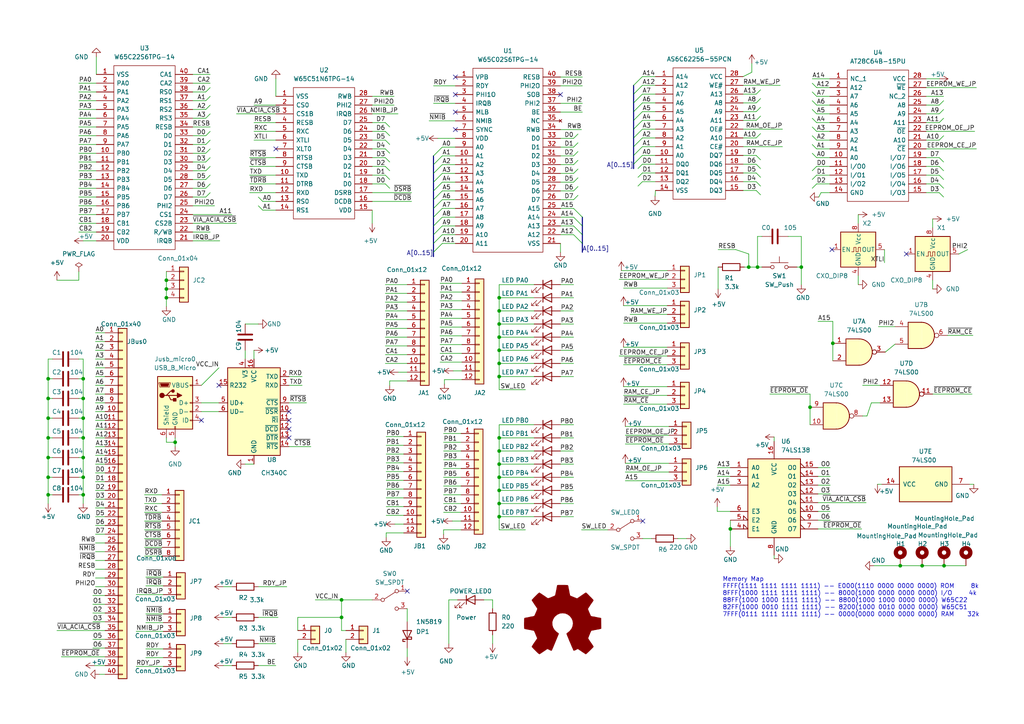
<source format=kicad_sch>
(kicad_sch (version 20211123) (generator eeschema)
  (paper "A4")
  (title_block (title "6502 Computer Experiment gen2 Ver 1.0") (company "GNBDEV"))
  (junction (at 24.13 138.43))
  (junction (at 144.78 101.6))
  (junction (at 50.8 128.27))
  (junction (at 99.06 173.99))
  (junction (at 48.26 81.28))
  (junction (at 24.13 143.51))
  (junction (at 24.13 115.57))
  (junction (at 13.97 132.715))
  (junction (at 24.13 127))
  (junction (at 219.71 77.47))
  (junction (at 48.26 86.36))
  (junction (at 144.78 127))
  (junction (at 273.812 164.084))
  (junction (at 13.97 127))
  (junction (at 24.13 109.855))
  (junction (at 144.78 105.41))
  (junction (at 144.78 149.86))
  (junction (at 241.554 99.568))
  (junction (at 217.17 77.47))
  (junction (at 24.13 121.285))
  (junction (at 144.78 142.24))
  (junction (at 144.78 109.22))
  (junction (at 144.78 86.36))
  (junction (at 232.41 77.47))
  (junction (at 13.97 121.285))
  (junction (at 261.112 164.084))
  (junction (at 13.97 109.855))
  (junction (at 144.78 93.98))
  (junction (at 144.78 130.81))
  (junction (at 144.78 90.17))
  (junction (at 144.78 97.79))
  (junction (at 13.97 143.51))
  (junction (at 144.78 146.05))
  (junction (at 13.97 138.43))
  (junction (at 267.462 164.084))
  (junction (at 99.06 179.07))
  (junction (at 144.78 134.62))
  (junction (at 211.836 153.416))
  (junction (at 13.97 115.57))
  (junction (at 48.26 83.82))
  (junction (at 24.13 132.715))
  (junction (at 144.78 138.43))
  (junction (at 234.95 118.11))
  (no_connect (at 83.82 121.92))
  (no_connect (at 241.3 72.39))
  (no_connect (at 63.5 111.76))
  (no_connect (at 262.89 73.66))
  (no_connect (at 186.436 151.13))
  (no_connect (at 80.01 43.18))
  (no_connect (at 118.11 171.45))
  (no_connect (at 162.56 27.432))
  (no_connect (at 132.08 22.352))
  (no_connect (at 132.08 32.512))
  (no_connect (at 132.08 27.432))
  (no_connect (at 132.08 37.592))
  (no_connect (at 58.42 121.92))
  (no_connect (at 83.82 119.38))
  (no_connect (at 83.82 124.46))
  (no_connect (at 83.82 127))
  (bus_entry (at 183.769 47.625) (size 2.54 -2.54))
  (bus_entry (at 166.37 60.452) (size 2.54 2.54))
  (bus_entry (at 166.37 62.992) (size 2.54 2.54))
  (bus_entry (at 166.37 65.532) (size 2.54 2.54))
  (bus_entry (at 166.37 68.072) (size 2.54 2.54))
  (bus_entry (at 125.73 45.212) (size 2.54 -2.54))
  (bus_entry (at 125.73 47.752) (size 2.54 -2.54))
  (bus_entry (at 125.73 50.292) (size 2.54 -2.54))
  (bus_entry (at 125.73 52.832) (size 2.54 -2.54))
  (bus_entry (at 125.73 62.992) (size 2.54 -2.54))
  (bus_entry (at 125.73 65.532) (size 2.54 -2.54))
  (bus_entry (at 125.73 68.072) (size 2.54 -2.54))
  (bus_entry (at 125.73 55.372) (size 2.54 -2.54))
  (bus_entry (at 125.73 57.912) (size 2.54 -2.54))
  (bus_entry (at 125.73 60.452) (size 2.54 -2.54))
  (bus_entry (at 125.73 70.612) (size 2.54 -2.54))
  (bus_entry (at 125.73 73.152) (size 2.54 -2.54))
  (bus_entry (at 183.769 37.465) (size 2.54 -2.54))
  (bus_entry (at 183.769 42.545) (size 2.54 -2.54))
  (bus_entry (at 183.769 24.765) (size 2.54 -2.54))
  (bus_entry (at 183.769 27.305) (size 2.54 -2.54))
  (bus_entry (at 183.769 29.845) (size 2.54 -2.54))
  (bus_entry (at 183.769 45.085) (size 2.54 -2.54))
  (bus_entry (at 183.769 40.005) (size 2.54 -2.54))
  (bus_entry (at 183.769 34.925) (size 2.54 -2.54))
  (bus_entry (at 183.769 32.385) (size 2.54 -2.54))
  (wire (pts (xy 16.51 81.28) (xy 22.86 81.28)))
  (wire (pts (xy 107.95 58.42) (xy 119.38 58.42)))
  (wire (pts (xy 237.236 140.716) (xy 240.792 140.716)))
  (wire (pts (xy 111.76 100.33) (xy 118.11 100.33)))
  (wire (pts (xy 208.026 147.066) (xy 208.026 148.336)))
  (wire (pts (xy 59.69 44.45) (xy 60.96 43.18)))
  (wire (pts (xy 22.86 127) (xy 24.13 127)))
  (wire (pts (xy 24.13 104.14) (xy 24.13 109.855)))
  (wire (pts (xy 181.356 136.906) (xy 194.056 136.906)))
  (wire (pts (xy 162.56 142.24) (xy 166.37 142.24)))
  (wire (pts (xy 166.37 65.532) (xy 162.56 65.532)))
  (wire (pts (xy 86.36 189.23) (xy 86.36 185.42)))
  (wire (pts (xy 219.329 45.085) (xy 220.599 46.355)))
  (wire (pts (xy 254.762 94.742) (xy 259.588 94.742)))
  (wire (pts (xy 179.578 103.251) (xy 193.548 103.251)))
  (wire (pts (xy 180.848 93.726) (xy 193.548 93.726)))
  (wire (pts (xy 127.635 102.489) (xy 133.985 102.489)))
  (wire (pts (xy 236.855 50.8) (xy 235.585 52.07)))
  (wire (pts (xy 234.95 114.3) (xy 234.95 118.11)))
  (wire (pts (xy 144.78 101.6) (xy 144.78 105.41)))
  (wire (pts (xy 27.686 99.06) (xy 30.48 99.06)))
  (bus (pts (xy 168.91 65.532) (xy 168.91 68.072)))
  (wire (pts (xy 55.88 52.07) (xy 59.69 52.07)))
  (wire (pts (xy 162.56 93.98) (xy 166.37 93.98)))
  (bus (pts (xy 168.91 68.072) (xy 168.91 70.612)))
  (wire (pts (xy 27.686 101.6) (xy 30.48 101.6)))
  (wire (pts (xy 80.01 35.56) (xy 73.66 35.56)))
  (wire (pts (xy 111.76 45.72) (xy 113.03 46.99)))
  (wire (pts (xy 80.645 179.07) (xy 74.93 179.07)))
  (wire (pts (xy 254.508 140.462) (xy 255.778 140.462)))
  (wire (pts (xy 30.48 187.96) (xy 26.924 187.96)))
  (wire (pts (xy 113.03 110.49) (xy 113.03 111.76)))
  (wire (pts (xy 162.56 86.36) (xy 166.37 86.36)))
  (wire (pts (xy 144.78 90.17) (xy 154.94 90.17)))
  (wire (pts (xy 144.78 97.79) (xy 144.78 101.6)))
  (wire (pts (xy 111.76 35.56) (xy 113.03 36.83)))
  (wire (pts (xy 71.12 93.98) (xy 74.93 93.98)))
  (wire (pts (xy 272.415 30.48) (xy 273.685 29.21)))
  (wire (pts (xy 13.97 115.57) (xy 13.97 121.285)))
  (wire (pts (xy 235.585 29.21) (xy 236.855 30.48)))
  (wire (pts (xy 59.69 29.21) (xy 60.96 27.94)))
  (wire (pts (xy 213.36 72.39) (xy 208.28 72.39)))
  (wire (pts (xy 27.686 116.84) (xy 30.48 116.84)))
  (wire (pts (xy 268.605 27.94) (xy 273.685 27.94)))
  (wire (pts (xy 211.836 153.416) (xy 211.836 158.496)))
  (bus (pts (xy 183.769 40.005) (xy 183.769 42.545)))
  (wire (pts (xy 144.78 138.43) (xy 154.94 138.43)))
  (wire (pts (xy 128.27 60.452) (xy 132.08 60.452)))
  (wire (pts (xy 22.86 49.53) (xy 27.94 49.53)))
  (wire (pts (xy 270.51 114.3) (xy 281.94 114.3)))
  (wire (pts (xy 237.236 135.636) (xy 240.792 135.636)))
  (wire (pts (xy 107.95 53.34) (xy 111.76 53.34)))
  (wire (pts (xy 22.86 64.77) (xy 27.94 64.77)))
  (wire (pts (xy 217.17 73.66) (xy 217.17 77.47)))
  (wire (pts (xy 215.519 22.225) (xy 218.059 20.955)))
  (wire (pts (xy 27.686 137.16) (xy 30.48 137.16)))
  (wire (pts (xy 55.88 21.59) (xy 60.96 21.59)))
  (wire (pts (xy 162.56 138.43) (xy 166.37 138.43)))
  (wire (pts (xy 107.95 30.48) (xy 114.3 30.48)))
  (wire (pts (xy 22.86 24.13) (xy 27.94 24.13)))
  (wire (pts (xy 112.014 149.479) (xy 117.094 149.479)))
  (wire (pts (xy 236.855 35.56) (xy 240.665 35.56)))
  (wire (pts (xy 22.86 109.855) (xy 24.13 109.855)))
  (wire (pts (xy 133.985 107.569) (xy 131.445 107.569)))
  (wire (pts (xy 72.39 48.26) (xy 80.01 48.26)))
  (wire (pts (xy 39.497 193.294) (xy 47.371 193.294)))
  (wire (pts (xy 144.78 134.62) (xy 144.78 138.43)))
  (wire (pts (xy 100.33 189.23) (xy 100.33 185.42)))
  (bus (pts (xy 183.769 24.765) (xy 183.769 27.305)))
  (bus (pts (xy 183.769 34.925) (xy 183.769 37.465)))
  (wire (pts (xy 22.86 138.43) (xy 24.13 138.43)))
  (wire (pts (xy 166.37 60.452) (xy 162.56 60.452)))
  (wire (pts (xy 215.519 52.705) (xy 219.329 52.705)))
  (wire (pts (xy 111.76 38.1) (xy 113.03 39.37)))
  (wire (pts (xy 99.06 173.99) (xy 107.95 173.99)))
  (wire (pts (xy 111.76 53.34) (xy 113.03 54.61)))
  (wire (pts (xy 181.356 139.446) (xy 194.056 139.446)))
  (wire (pts (xy 281.178 140.462) (xy 282.448 140.462)))
  (wire (pts (xy 162.56 37.592) (xy 168.656 37.592)))
  (wire (pts (xy 107.95 60.96) (xy 107.95 64.77)))
  (wire (pts (xy 162.56 82.55) (xy 166.37 82.55)))
  (wire (pts (xy 27.686 114.3) (xy 30.48 114.3)))
  (wire (pts (xy 162.56 40.132) (xy 166.37 40.132)))
  (wire (pts (xy 236.855 30.48) (xy 240.665 30.48)))
  (wire (pts (xy 13.97 132.715) (xy 13.97 138.43)))
  (wire (pts (xy 128.27 55.372) (xy 132.08 55.372)))
  (wire (pts (xy 162.56 45.212) (xy 166.37 45.212)))
  (wire (pts (xy 211.836 150.876) (xy 211.836 153.416)))
  (wire (pts (xy 127.635 89.789) (xy 133.985 89.789)))
  (wire (pts (xy 186.309 42.545) (xy 190.119 42.545)))
  (wire (pts (xy 144.78 146.05) (xy 144.78 149.86)))
  (wire (pts (xy 224.536 126.746) (xy 224.536 128.016)))
  (wire (pts (xy 24.13 132.715) (xy 24.13 138.43)))
  (wire (pts (xy 111.76 48.26) (xy 113.03 49.53)))
  (wire (pts (xy 215.519 45.085) (xy 219.329 45.085)))
  (wire (pts (xy 48.26 81.28) (xy 48.26 83.82)))
  (wire (pts (xy 128.651 128.27) (xy 133.731 128.27)))
  (wire (pts (xy 250.19 120.65) (xy 251.46 120.65)))
  (bus (pts (xy 125.73 52.832) (xy 125.73 55.372)))
  (wire (pts (xy 42.291 169.926) (xy 47.371 169.926)))
  (wire (pts (xy 128.651 125.73) (xy 133.731 125.73)))
  (wire (pts (xy 268.605 53.34) (xy 272.415 53.34)))
  (wire (pts (xy 268.605 50.8) (xy 272.415 50.8)))
  (wire (pts (xy 237.236 153.416) (xy 249.936 153.416)))
  (wire (pts (xy 15.24 132.715) (xy 13.97 132.715)))
  (wire (pts (xy 80.01 22.86) (xy 80.01 27.94)))
  (wire (pts (xy 86.36 179.07) (xy 99.06 179.07)))
  (wire (pts (xy 128.27 57.912) (xy 132.08 57.912)))
  (wire (pts (xy 144.78 105.41) (xy 144.78 109.22)))
  (wire (pts (xy 133.731 151.13) (xy 131.191 151.13)))
  (wire (pts (xy 27.686 139.7) (xy 30.48 139.7)))
  (wire (pts (xy 112.014 144.399) (xy 117.094 144.399)))
  (wire (pts (xy 215.9 77.47) (xy 217.17 77.47)))
  (wire (pts (xy 59.69 49.53) (xy 60.96 48.26)))
  (wire (pts (xy 112.014 154.559) (xy 112.014 155.829)))
  (wire (pts (xy 144.78 127) (xy 144.78 130.81)))
  (wire (pts (xy 144.78 149.86) (xy 144.78 153.67)))
  (wire (pts (xy 162.56 24.892) (xy 168.91 24.892)))
  (wire (pts (xy 162.56 90.17) (xy 166.37 90.17)))
  (wire (pts (xy 73.66 40.64) (xy 80.01 40.64)))
  (wire (pts (xy 27.686 160.02) (xy 30.48 160.02)))
  (wire (pts (xy 48.26 127) (xy 48.26 128.27)))
  (wire (pts (xy 162.56 32.512) (xy 168.91 32.512)))
  (wire (pts (xy 112.014 136.779) (xy 117.094 136.779)))
  (wire (pts (xy 268.605 45.72) (xy 272.415 45.72)))
  (wire (pts (xy 118.11 107.95) (xy 115.57 107.95)))
  (wire (pts (xy 72.39 53.34) (xy 80.01 53.34)))
  (wire (pts (xy 13.97 143.51) (xy 15.24 143.51)))
  (wire (pts (xy 194.056 134.366) (xy 181.356 134.366)))
  (wire (pts (xy 27.686 154.94) (xy 30.48 154.94)))
  (wire (pts (xy 13.97 104.14) (xy 13.97 109.855)))
  (bus (pts (xy 168.91 62.992) (xy 168.91 65.532)))
  (wire (pts (xy 55.88 62.23) (xy 67.31 62.23)))
  (wire (pts (xy 27.686 96.52) (xy 30.48 96.52)))
  (wire (pts (xy 30.48 182.88) (xy 16.51 182.88)))
  (wire (pts (xy 241.554 99.568) (xy 241.554 104.648)))
  (wire (pts (xy 144.78 149.86) (xy 154.94 149.86)))
  (wire (pts (xy 140.335 173.99) (xy 142.875 173.99)))
  (wire (pts (xy 186.309 22.225) (xy 190.119 22.225)))
  (wire (pts (xy 166.37 55.372) (xy 167.64 54.102)))
  (wire (pts (xy 219.329 32.385) (xy 220.599 31.115)))
  (wire (pts (xy 237.236 93.218) (xy 241.554 93.218)))
  (wire (pts (xy 186.309 52.705) (xy 185.039 53.975)))
  (wire (pts (xy 118.11 110.49) (xy 113.03 110.49)))
  (wire (pts (xy 39.497 183.134) (xy 47.371 183.134)))
  (wire (pts (xy 71.12 101.6) (xy 71.12 104.14)))
  (wire (pts (xy 15.24 127) (xy 13.97 127)))
  (wire (pts (xy 268.605 30.48) (xy 272.415 30.48)))
  (bus (pts (xy 125.73 55.372) (xy 125.73 57.912)))
  (wire (pts (xy 144.78 123.19) (xy 154.94 123.19)))
  (wire (pts (xy 111.76 90.17) (xy 118.11 90.17)))
  (wire (pts (xy 27.686 124.46) (xy 30.48 124.46)))
  (wire (pts (xy 58.42 116.84) (xy 63.5 116.84)))
  (wire (pts (xy 22.86 31.75) (xy 27.94 31.75)))
  (wire (pts (xy 72.39 50.8) (xy 80.01 50.8)))
  (wire (pts (xy 128.27 52.832) (xy 132.08 52.832)))
  (wire (pts (xy 112.014 141.859) (xy 117.094 141.859)))
  (wire (pts (xy 55.88 44.45) (xy 59.69 44.45)))
  (wire (pts (xy 232.41 77.47) (xy 232.41 82.55)))
  (wire (pts (xy 234.95 118.11) (xy 234.95 123.19)))
  (wire (pts (xy 22.86 121.285) (xy 24.13 121.285)))
  (wire (pts (xy 236.855 33.02) (xy 240.665 33.02)))
  (wire (pts (xy 27.686 121.92) (xy 30.48 121.92)))
  (wire (pts (xy 22.86 132.715) (xy 24.13 132.715)))
  (wire (pts (xy 27.686 162.56) (xy 30.48 162.56)))
  (wire (pts (xy 111.76 97.79) (xy 118.11 97.79)))
  (wire (pts (xy 237.236 143.256) (xy 240.792 143.256)))
  (wire (pts (xy 13.97 109.855) (xy 13.97 115.57)))
  (wire (pts (xy 15.24 121.285) (xy 13.97 121.285)))
  (wire (pts (xy 111.76 95.25) (xy 118.11 95.25)))
  (wire (pts (xy 112.014 139.319) (xy 117.094 139.319)))
  (wire (pts (xy 48.26 81.28) (xy 48.26 78.74)))
  (wire (pts (xy 144.78 82.55) (xy 144.78 86.36)))
  (wire (pts (xy 73.66 38.1) (xy 80.01 38.1)))
  (wire (pts (xy 59.69 34.29) (xy 60.96 33.02)))
  (wire (pts (xy 268.605 43.18) (xy 283.21 43.18)))
  (wire (pts (xy 142.875 184.15) (xy 142.875 186.69)))
  (wire (pts (xy 41.91 146.05) (xy 46.99 146.05)))
  (wire (pts (xy 13.97 143.51) (xy 13.97 146.05)))
  (wire (pts (xy 162.56 47.752) (xy 166.37 47.752)))
  (wire (pts (xy 273.812 164.084) (xy 280.162 164.084)))
  (wire (pts (xy 237.236 148.336) (xy 240.792 148.336)))
  (wire (pts (xy 22.86 104.14) (xy 24.13 104.14)))
  (wire (pts (xy 128.27 45.212) (xy 132.08 45.212)))
  (wire (pts (xy 58.42 119.38) (xy 63.5 119.38)))
  (wire (pts (xy 48.26 86.36) (xy 48.26 83.82)))
  (wire (pts (xy 55.88 31.75) (xy 59.69 31.75)))
  (wire (pts (xy 194.056 123.698) (xy 181.356 123.698)))
  (wire (pts (xy 99.06 179.07) (xy 99.06 182.88)))
  (wire (pts (xy 112.014 134.239) (xy 117.094 134.239)))
  (wire (pts (xy 83.185 170.18) (xy 74.93 170.18)))
  (wire (pts (xy 80.01 186.69) (xy 74.93 186.69)))
  (wire (pts (xy 50.8 127) (xy 50.8 128.27)))
  (wire (pts (xy 215.519 32.385) (xy 219.329 32.385)))
  (wire (pts (xy 162.56 134.62) (xy 166.37 134.62)))
  (wire (pts (xy 166.37 62.992) (xy 162.56 62.992)))
  (wire (pts (xy 186.309 45.085) (xy 190.119 45.085)))
  (wire (pts (xy 128.27 47.752) (xy 132.08 47.752)))
  (wire (pts (xy 132.715 173.99) (xy 130.175 173.99)))
  (wire (pts (xy 22.86 67.31) (xy 27.94 67.31)))
  (wire (pts (xy 27.686 167.64) (xy 30.48 167.64)))
  (wire (pts (xy 27.686 134.62) (xy 30.48 134.62)))
  (wire (pts (xy 217.17 77.47) (xy 219.71 77.47)))
  (wire (pts (xy 128.27 50.292) (xy 132.08 50.292)))
  (wire (pts (xy 73.66 101.6) (xy 73.66 104.14)))
  (wire (pts (xy 22.86 26.67) (xy 27.94 26.67)))
  (wire (pts (xy 274.828 97.282) (xy 282.194 97.282)))
  (wire (pts (xy 55.88 34.29) (xy 59.69 34.29)))
  (wire (pts (xy 41.91 143.51) (xy 46.99 143.51)))
  (wire (pts (xy 107.95 55.88) (xy 119.38 55.88)))
  (wire (pts (xy 107.95 43.18) (xy 111.76 43.18)))
  (wire (pts (xy 83.82 129.54) (xy 90.17 129.54)))
  (wire (pts (xy 268.605 22.86) (xy 272.415 22.86)))
  (wire (pts (xy 144.78 138.43) (xy 144.78 142.24)))
  (wire (pts (xy 162.56 50.292) (xy 166.37 50.292)))
  (wire (pts (xy 24.13 115.57) (xy 24.13 121.285)))
  (wire (pts (xy 22.86 39.37) (xy 27.94 39.37)))
  (bus (pts (xy 125.73 45.212) (xy 125.73 47.752)))
  (wire (pts (xy 27.686 144.78) (xy 30.48 144.78)))
  (wire (pts (xy 261.112 164.084) (xy 267.462 164.084)))
  (wire (pts (xy 111.76 92.71) (xy 118.11 92.71)))
  (wire (pts (xy 272.415 48.26) (xy 273.685 49.53)))
  (wire (pts (xy 22.86 44.45) (xy 27.94 44.45)))
  (wire (pts (xy 144.78 146.05) (xy 154.94 146.05)))
  (wire (pts (xy 27.686 132.08) (xy 30.48 132.08)))
  (wire (pts (xy 83.82 111.76) (xy 87.63 111.76)))
  (wire (pts (xy 272.415 35.56) (xy 273.685 34.29)))
  (bus (pts (xy 183.769 29.845) (xy 183.769 32.385)))
  (wire (pts (xy 208.28 83.82) (xy 208.28 77.47)))
  (wire (pts (xy 48.26 128.27) (xy 50.8 128.27)))
  (bus (pts (xy 125.73 68.072) (xy 125.73 70.612)))
  (wire (pts (xy 272.415 53.34) (xy 273.685 54.61)))
  (bus (pts (xy 168.91 70.612) (xy 168.91 73.152)))
  (bus (pts (xy 125.73 70.612) (xy 125.73 73.152)))
  (wire (pts (xy 232.41 77.47) (xy 232.41 68.58)))
  (wire (pts (xy 48.26 86.36) (xy 48.26 88.9)))
  (wire (pts (xy 22.86 41.91) (xy 27.94 41.91)))
  (wire (pts (xy 67.31 179.07) (xy 64.77 179.07)))
  (bus (pts (xy 125.73 60.452) (xy 125.73 62.992)))
  (wire (pts (xy 130.175 173.99) (xy 130.175 186.69)))
  (wire (pts (xy 112.014 126.619) (xy 117.094 126.619)))
  (wire (pts (xy 162.56 29.972) (xy 168.91 29.972)))
  (wire (pts (xy 41.91 158.75) (xy 46.99 158.75)))
  (bus (pts (xy 125.73 57.912) (xy 125.73 60.452)))
  (wire (pts (xy 144.78 109.22) (xy 154.94 109.22)))
  (wire (pts (xy 22.86 59.69) (xy 27.94 59.69)))
  (wire (pts (xy 127.635 84.709) (xy 133.985 84.709)))
  (wire (pts (xy 186.309 37.465) (xy 190.119 37.465)))
  (wire (pts (xy 144.78 97.79) (xy 154.94 97.79)))
  (wire (pts (xy 144.78 134.62) (xy 154.94 134.62)))
  (wire (pts (xy 27.94 69.85) (xy 24.13 69.85)))
  (wire (pts (xy 111.76 102.87) (xy 118.11 102.87)))
  (wire (pts (xy 91.44 173.99) (xy 99.06 173.99)))
  (wire (pts (xy 162.56 42.672) (xy 166.37 42.672)))
  (wire (pts (xy 142.875 173.99) (xy 142.875 176.53)))
  (wire (pts (xy 181.356 126.238) (xy 194.056 126.238)))
  (wire (pts (xy 74.93 59.69) (xy 76.2 60.96)))
  (wire (pts (xy 213.36 72.39) (xy 217.17 73.66)))
  (wire (pts (xy 39.497 172.466) (xy 47.371 172.466)))
  (wire (pts (xy 27.432 193.04) (xy 30.48 193.04)))
  (wire (pts (xy 22.86 34.29) (xy 27.94 34.29)))
  (wire (pts (xy 86.36 182.88) (xy 86.36 179.07)))
  (bus (pts (xy 125.73 65.532) (xy 125.73 68.072)))
  (wire (pts (xy 268.605 33.02) (xy 272.415 33.02)))
  (wire (pts (xy 268.605 38.1) (xy 282.702 38.1)))
  (wire (pts (xy 27.686 149.86) (xy 30.48 149.86)))
  (wire (pts (xy 27.686 106.68) (xy 30.48 106.68)))
  (bus (pts (xy 183.769 45.085) (xy 183.769 47.625)))
  (wire (pts (xy 186.309 50.165) (xy 185.039 51.435)))
  (wire (pts (xy 215.519 29.845) (xy 219.329 29.845)))
  (wire (pts (xy 30.48 190.5) (xy 17.78 190.5)))
  (wire (pts (xy 112.014 131.699) (xy 117.094 131.699)))
  (wire (pts (xy 162.56 57.912) (xy 166.37 57.912)))
  (wire (pts (xy 180.848 83.566) (xy 193.548 83.566)))
  (wire (pts (xy 107.95 48.26) (xy 111.76 48.26)))
  (wire (pts (xy 237.236 150.876) (xy 240.792 150.876)))
  (wire (pts (xy 218.059 20.955) (xy 218.059 18.415)))
  (wire (pts (xy 256.794 102.108) (xy 259.588 99.822)))
  (wire (pts (xy 240.665 53.34) (xy 236.855 53.34)))
  (wire (pts (xy 144.78 105.41) (xy 154.94 105.41)))
  (wire (pts (xy 193.548 100.711) (xy 180.848 100.711)))
  (wire (pts (xy 215.519 50.165) (xy 219.329 50.165)))
  (wire (pts (xy 186.436 156.21) (xy 188.976 156.21)))
  (wire (pts (xy 219.329 55.245) (xy 220.599 56.515)))
  (wire (pts (xy 268.605 55.88) (xy 272.415 55.88)))
  (wire (pts (xy 27.686 111.76) (xy 30.48 111.76)))
  (wire (pts (xy 55.88 54.61) (xy 59.69 54.61)))
  (wire (pts (xy 193.548 78.486) (xy 180.213 78.486)))
  (wire (pts (xy 162.56 101.6) (xy 166.37 101.6)))
  (wire (pts (xy 237.49 57.15) (xy 238.125 55.88)))
  (wire (pts (xy 128.651 143.51) (xy 133.731 143.51)))
  (wire (pts (xy 111.76 43.18) (xy 113.03 44.45)))
  (wire (pts (xy 128.651 130.81) (xy 133.731 130.81)))
  (wire (pts (xy 162.56 109.22) (xy 166.37 109.22)))
  (wire (pts (xy 22.86 29.21) (xy 27.94 29.21)))
  (wire (pts (xy 41.91 151.13) (xy 46.99 151.13)))
  (wire (pts (xy 256.54 72.39) (xy 256.54 76.2)))
  (wire (pts (xy 166.37 50.292) (xy 167.64 49.022)))
  (bus (pts (xy 183.769 32.385) (xy 183.769 34.925)))
  (wire (pts (xy 166.37 47.752) (xy 167.64 46.482)))
  (wire (pts (xy 24.13 109.855) (xy 24.13 115.57)))
  (wire (pts (xy 27.686 147.32) (xy 30.48 147.32)))
  (wire (pts (xy 41.91 148.59) (xy 46.99 148.59)))
  (wire (pts (xy 27.686 142.24) (xy 30.48 142.24)))
  (wire (pts (xy 235.585 31.75) (xy 236.855 33.02)))
  (wire (pts (xy 128.651 140.97) (xy 133.731 140.97)))
  (wire (pts (xy 127.635 87.249) (xy 133.985 87.249)))
  (wire (pts (xy 27.94 16.51) (xy 27.94 21.59)))
  (wire (pts (xy 128.651 138.43) (xy 133.731 138.43)))
  (wire (pts (xy 162.56 97.79) (xy 166.37 97.79)))
  (wire (pts (xy 215.519 34.925) (xy 219.329 34.925)))
  (wire (pts (xy 47.371 178.054) (xy 42.291 178.054)))
  (wire (pts (xy 235.585 22.86) (xy 240.665 22.86)))
  (wire (pts (xy 215.519 24.765) (xy 226.314 24.765)))
  (wire (pts (xy 117.094 154.559) (xy 112.014 154.559)))
  (wire (pts (xy 107.95 38.1) (xy 111.76 38.1)))
  (wire (pts (xy 144.78 153.67) (xy 152.4 153.67)))
  (wire (pts (xy 166.37 68.072) (xy 162.56 68.072)))
  (wire (pts (xy 179.578 81.026) (xy 193.548 81.026)))
  (wire (pts (xy 219.329 29.845) (xy 220.599 28.575)))
  (wire (pts (xy 180.848 114.681) (xy 193.548 114.681)))
  (wire (pts (xy 67.31 170.18) (xy 64.77 170.18)))
  (wire (pts (xy 59.69 31.75) (xy 60.96 30.48)))
  (wire (pts (xy 127.635 105.029) (xy 133.985 105.029)))
  (wire (pts (xy 111.76 40.64) (xy 113.03 41.91)))
  (wire (pts (xy 215.519 55.245) (xy 219.329 55.245)))
  (wire (pts (xy 27.686 170.18) (xy 30.48 170.18)))
  (wire (pts (xy 235.585 39.37) (xy 236.855 40.64)))
  (wire (pts (xy 22.86 46.99) (xy 27.94 46.99)))
  (wire (pts (xy 144.78 130.81) (xy 144.78 134.62)))
  (wire (pts (xy 59.69 39.37) (xy 60.96 38.1)))
  (wire (pts (xy 111.76 87.63) (xy 118.11 87.63)))
  (wire (pts (xy 107.95 50.8) (xy 111.76 50.8)))
  (wire (pts (xy 144.78 93.98) (xy 154.94 93.98)))
  (wire (pts (xy 219.329 40.005) (xy 220.599 38.735)))
  (wire (pts (xy 55.88 69.85) (xy 63.754 69.85)))
  (wire (pts (xy 162.56 55.372) (xy 166.37 55.372)))
  (wire (pts (xy 22.86 62.23) (xy 27.94 62.23)))
  (bus (pts (xy 183.769 27.305) (xy 183.769 29.845)))
  (wire (pts (xy 15.24 115.57) (xy 13.97 115.57)))
  (wire (pts (xy 83.82 116.84) (xy 88.9 116.84)))
  (wire (pts (xy 162.56 22.352) (xy 168.91 22.352)))
  (wire (pts (xy 166.37 52.832) (xy 167.64 51.562)))
  (wire (pts (xy 215.519 47.625) (xy 219.329 47.625)))
  (wire (pts (xy 107.95 27.94) (xy 114.3 27.94)))
  (wire (pts (xy 111.76 50.8) (xy 113.03 52.07)))
  (wire (pts (xy 235.585 34.29) (xy 236.855 35.56)))
  (wire (pts (xy 27.686 119.38) (xy 30.48 119.38)))
  (wire (pts (xy 144.78 127) (xy 154.94 127)))
  (wire (pts (xy 55.88 67.31) (xy 60.96 67.31)))
  (wire (pts (xy 144.78 101.6) (xy 154.94 101.6)))
  (wire (pts (xy 219.329 47.625) (xy 220.599 48.895)))
  (wire (pts (xy 272.415 45.72) (xy 273.685 46.99)))
  (wire (pts (xy 30.48 172.72) (xy 26.924 172.72)))
  (wire (pts (xy 112.014 146.939) (xy 117.094 146.939)))
  (wire (pts (xy 30.48 175.26) (xy 26.924 175.26)))
  (wire (pts (xy 125.73 29.972) (xy 132.08 29.972)))
  (wire (pts (xy 55.88 64.77) (xy 68.58 64.77)))
  (wire (pts (xy 223.266 114.3) (xy 234.95 114.3)))
  (wire (pts (xy 111.76 85.09) (xy 118.11 85.09)))
  (wire (pts (xy 22.86 57.15) (xy 27.94 57.15)))
  (wire (pts (xy 236.855 45.72) (xy 240.665 45.72)))
  (wire (pts (xy 162.56 146.05) (xy 166.37 146.05)))
  (wire (pts (xy 55.88 41.91) (xy 59.69 41.91)))
  (wire (pts (xy 99.06 173.99) (xy 99.06 179.07)))
  (wire (pts (xy 128.651 135.89) (xy 133.731 135.89)))
  (wire (pts (xy 127.635 82.169) (xy 133.985 82.169)))
  (wire (pts (xy 13.97 138.43) (xy 13.97 143.51)))
  (wire (pts (xy 28.829 195.58) (xy 30.48 195.58)))
  (wire (pts (xy 190.119 47.625) (xy 186.309 47.625)))
  (wire (pts (xy 128.27 70.612) (xy 132.08 70.612)))
  (wire (pts (xy 248.92 82.55) (xy 248.92 80.01)))
  (bus (pts (xy 125.73 62.992) (xy 125.73 65.532)))
  (wire (pts (xy 47.371 188.214) (xy 42.291 188.214)))
  (bus (pts (xy 125.73 47.752) (xy 125.73 50.292)))
  (wire (pts (xy 162.56 130.81) (xy 166.37 130.81)))
  (wire (pts (xy 22.86 143.51) (xy 24.13 143.51)))
  (wire (pts (xy 55.88 29.21) (xy 59.69 29.21)))
  (wire (pts (xy 196.596 156.21) (xy 199.136 156.21)))
  (wire (pts (xy 144.78 142.24) (xy 144.78 146.05)))
  (wire (pts (xy 166.37 42.672) (xy 167.64 41.402)))
  (wire (pts (xy 144.78 113.03) (xy 152.4 113.03)))
  (wire (pts (xy 127.635 94.869) (xy 133.985 94.869)))
  (wire (pts (xy 71.12 134.62) (xy 73.66 134.62)))
  (wire (pts (xy 59.69 52.07) (xy 60.96 50.8)))
  (wire (pts (xy 215.519 42.545) (xy 226.949 42.545)))
  (wire (pts (xy 27.686 165.1) (xy 30.48 165.1)))
  (bus (pts (xy 183.769 47.625) (xy 183.769 48.895)))
  (wire (pts (xy 181.356 128.778) (xy 194.056 128.778)))
  (wire (pts (xy 162.56 105.41) (xy 166.37 105.41)))
  (wire (pts (xy 240.665 50.8) (xy 236.855 50.8)))
  (wire (pts (xy 27.686 152.4) (xy 30.48 152.4)))
  (wire (pts (xy 42.291 190.754) (xy 47.371 190.754)))
  (wire (pts (xy 41.91 153.67) (xy 46.99 153.67)))
  (wire (pts (xy 219.329 50.165) (xy 220.599 51.435)))
  (wire (pts (xy 68.58 33.02) (xy 80.01 33.02)))
  (wire (pts (xy 267.462 164.084) (xy 273.812 164.084)))
  (wire (pts (xy 208.026 135.636) (xy 211.836 135.636)))
  (wire (pts (xy 72.39 55.88) (xy 80.01 55.88)))
  (wire (pts (xy 41.91 156.21) (xy 46.99 156.21)))
  (wire (pts (xy 107.95 35.56) (xy 111.76 35.56)))
  (wire (pts (xy 162.56 123.19) (xy 166.37 123.19)))
  (wire (pts (xy 270.51 63.5) (xy 270.51 66.04)))
  (wire (pts (xy 24.13 143.51) (xy 24.13 146.05)))
  (wire (pts (xy 166.37 57.912) (xy 167.64 56.642)))
  (wire (pts (xy 50.8 128.27) (xy 50.8 129.54)))
  (wire (pts (xy 63.5 106.68) (xy 58.42 111.76)))
  (wire (pts (xy 74.93 57.15) (xy 76.2 58.42)))
  (wire (pts (xy 107.95 40.64) (xy 111.76 40.64)))
  (wire (pts (xy 15.24 138.43) (xy 13.97 138.43)))
  (wire (pts (xy 55.88 36.83) (xy 60.96 36.83)))
  (wire (pts (xy 59.69 57.15) (xy 60.96 55.88)))
  (wire (pts (xy 168.656 153.67) (xy 176.276 153.67)))
  (wire (pts (xy 166.37 40.132) (xy 167.64 38.862)))
  (wire (pts (xy 128.905 110.109) (xy 128.905 111.379)))
  (wire (pts (xy 128.651 153.67) (xy 128.651 154.94)))
  (wire (pts (xy 215.519 37.465) (xy 226.949 37.465)))
  (wire (pts (xy 22.86 115.57) (xy 24.13 115.57)))
  (wire (pts (xy 162.56 127) (xy 166.37 127)))
  (wire (pts (xy 128.27 65.532) (xy 132.08 65.532)))
  (wire (pts (xy 127.635 92.329) (xy 133.985 92.329)))
  (wire (pts (xy 237.236 138.176) (xy 240.792 138.176)))
  (wire (pts (xy 237.236 145.796) (xy 251.206 145.796)))
  (wire (pts (xy 22.86 54.61) (xy 27.94 54.61)))
  (wire (pts (xy 219.329 52.705) (xy 220.599 53.975)))
  (wire (pts (xy 272.415 33.02) (xy 273.685 31.75)))
  (wire (pts (xy 144.78 130.81) (xy 154.94 130.81)))
  (wire (pts (xy 59.69 54.61) (xy 60.96 53.34)))
  (wire (pts (xy 118.11 187.96) (xy 118.11 190.5)))
  (wire (pts (xy 215.519 40.005) (xy 219.329 40.005)))
  (wire (pts (xy 180.848 117.221) (xy 193.548 117.221)))
  (wire (pts (xy 235.585 41.91) (xy 236.855 43.18)))
  (wire (pts (xy 59.69 41.91) (xy 60.96 40.64)))
  (wire (pts (xy 55.88 39.37) (xy 59.69 39.37)))
  (wire (pts (xy 268.605 48.26) (xy 272.415 48.26)))
  (wire (pts (xy 42.291 180.594) (xy 47.371 180.594)))
  (wire (pts (xy 190.119 52.705) (xy 186.309 52.705)))
  (wire (pts (xy 193.548 88.646) (xy 180.848 88.646)))
  (wire (pts (xy 144.78 109.22) (xy 144.78 113.03)))
  (wire (pts (xy 133.731 153.67) (xy 128.651 153.67)))
  (wire (pts (xy 55.88 57.15) (xy 59.69 57.15)))
  (wire (pts (xy 186.309 40.005) (xy 190.119 40.005)))
  (wire (pts (xy 30.48 177.8) (xy 26.924 177.8)))
  (wire (pts (xy 190.119 55.245) (xy 189.992 56.896)))
  (wire (pts (xy 99.06 182.88) (xy 100.33 182.88)))
  (wire (pts (xy 186.309 29.845) (xy 190.119 29.845)))
  (wire (pts (xy 128.651 148.59) (xy 133.731 148.59)))
  (wire (pts (xy 27.686 109.22) (xy 30.48 109.22)))
  (wire (pts (xy 228.6 68.58) (xy 232.41 68.58)))
  (bus (pts (xy 125.73 50.292) (xy 125.73 52.832)))
  (wire (pts (xy 253.492 164.084) (xy 261.112 164.084)))
  (wire (pts (xy 186.309 34.925) (xy 190.119 34.925)))
  (wire (pts (xy 55.88 26.67) (xy 59.69 26.67)))
  (wire (pts (xy 186.309 47.625) (xy 185.039 48.895)))
  (wire (pts (xy 166.37 45.212) (xy 167.64 43.942)))
  (wire (pts (xy 252.73 116.84) (xy 255.27 116.84)))
  (wire (pts (xy 219.71 68.58) (xy 220.98 68.58)))
  (wire (pts (xy 144.78 82.55) (xy 154.94 82.55)))
  (wire (pts (xy 248.92 62.23) (xy 248.92 64.77)))
  (wire (pts (xy 22.86 81.28) (xy 22.86 78.74)))
  (wire (pts (xy 41.91 161.29) (xy 46.99 161.29)))
  (wire (pts (xy 251.46 120.65) (xy 252.73 116.84)))
  (wire (pts (xy 83.82 109.22) (xy 87.63 109.22)))
  (wire (pts (xy 76.2 60.96) (xy 80.01 60.96)))
  (wire (pts (xy 76.2 58.42) (xy 80.01 58.42)))
  (wire (pts (xy 186.309 24.765) (xy 190.119 24.765)))
  (wire (pts (xy 144.78 93.98) (xy 144.78 97.79)))
  (wire (pts (xy 215.519 27.305) (xy 219.329 27.305)))
  (wire (pts (xy 55.88 46.99) (xy 59.69 46.99)))
  (wire (pts (xy 162.56 52.832) (xy 166.37 52.832)))
  (wire (pts (xy 133.985 110.109) (xy 128.905 110.109)))
  (wire (pts (xy 272.415 50.8) (xy 273.685 52.07)))
  (wire (pts (xy 128.651 133.35) (xy 133.731 133.35)))
  (wire (pts (xy 30.48 185.42) (xy 26.924 185.42)))
  (wire (pts (xy 235.585 26.67) (xy 236.855 27.94)))
  (wire (pts (xy 24.13 121.285) (xy 24.13 127)))
  (wire (pts (xy 236.855 53.34) (xy 235.585 54.61)))
  (wire (pts (xy 224.536 161.036) (xy 224.536 162.052)))
  (wire (pts (xy 144.78 142.24) (xy 154.94 142.24)))
  (wire (pts (xy 186.309 27.305) (xy 190.119 27.305)))
  (wire (pts (xy 13.97 104.14) (xy 15.24 104.14)))
  (wire (pts (xy 128.27 62.992) (xy 132.08 62.992)))
  (wire (pts (xy 128.27 42.672) (xy 132.08 42.672)))
  (wire (pts (xy 124.46 35.052) (xy 132.08 35.052)))
  (wire (pts (xy 67.31 193.04) (xy 64.77 193.04)))
  (wire (pts (xy 231.14 77.47) (xy 232.41 77.47)))
  (wire (pts (xy 219.71 68.58) (xy 219.71 77.47)))
  (wire (pts (xy 236.855 40.64) (xy 240.665 40.64)))
  (wire (pts (xy 236.855 48.26) (xy 235.585 49.53)))
  (wire (pts (xy 144.78 123.19) (xy 144.78 127)))
  (wire (pts (xy 59.69 26.67) (xy 60.96 25.4)))
  (wire (pts (xy 219.71 77.47) (xy 220.98 77.47)))
  (wire (pts (xy 13.97 127) (xy 13.97 132.715)))
  (wire (pts (xy 208.026 148.336) (xy 211.836 148.336)))
  (wire (pts (xy 250.19 111.76) (xy 255.27 111.76)))
  (wire (pts (xy 144.78 86.36) (xy 144.78 90.17)))
  (wire (pts (xy 272.415 55.88) (xy 273.685 57.15)))
  (bus (pts (xy 183.769 37.465) (xy 183.769 40.005)))
  (wire (pts (xy 235.585 24.13) (xy 236.855 25.4)))
  (wire (pts (xy 193.548 112.141) (xy 180.848 112.141)))
  (wire (pts (xy 127 40.132) (xy 132.08 40.132)))
  (wire (pts (xy 107.95 45.72) (xy 111.76 45.72)))
  (wire (pts (xy 241.554 93.218) (xy 241.554 99.568)))
  (wire (pts (xy 219.329 27.305) (xy 220.599 26.035)))
  (wire (pts (xy 272.415 40.64) (xy 273.685 39.37)))
  (wire (pts (xy 208.026 140.716) (xy 211.836 140.716)))
  (wire (pts (xy 27.686 129.54) (xy 30.48 129.54)))
  (wire (pts (xy 268.605 25.4) (xy 283.21 25.4)))
  (wire (pts (xy 47.371 167.386) (xy 42.291 167.386)))
  (wire (pts (xy 24.13 127) (xy 24.13 132.715)))
  (wire (pts (xy 30.48 180.34) (xy 26.924 180.34)))
  (wire (pts (xy 15.24 109.855) (xy 13.97 109.855)))
  (wire (pts (xy 182.753 91.186) (xy 193.548 91.186)))
  (wire (pts (xy 268.605 40.64) (xy 272.415 40.64)))
  (wire (pts (xy 180.848 105.791) (xy 193.548 105.791)))
  (wire (pts (xy 219.329 34.925) (xy 220.599 33.655)))
  (wire (pts (xy 128.651 146.05) (xy 133.731 146.05)))
  (wire (pts (xy 27.686 127) (xy 30.48 127)))
  (wire (pts (xy 55.88 49.53) (xy 59.69 49.53)))
  (wire (pts (xy 80.01 193.04) (xy 74.93 193.04)))
  (wire (pts (xy 112.014 129.159) (xy 117.094 129.159)))
  (wire (pts (xy 73.66 30.48) (xy 80.01 30.48)))
  (wire (pts (xy 22.86 52.07) (xy 27.94 52.07)))
  (wire (pts (xy 27.686 157.48) (xy 30.48 157.48)))
  (wire (pts (xy 190.119 50.165) (xy 186.309 50.165)))
  (wire (pts (xy 67.31 186.69) (xy 64.77 186.69)))
  (wire (pts (xy 27.686 104.14) (xy 30.48 104.14)))
  (wire (pts (xy 162.56 70.612) (xy 162.56 73.152)))
  (wire (pts (xy 144.78 90.17) (xy 144.78 93.98)))
  (wire (pts (xy 208.026 138.176) (xy 211.836 138.176)))
  (wire (pts (xy 236.855 38.1) (xy 240.665 38.1)))
  (wire (pts (xy 278.13 73.66) (xy 280.67 72.39)))
  (wire (pts (xy 144.78 86.36) (xy 154.94 86.36)))
  (wire (pts (xy 72.39 45.72) (xy 80.01 45.72)))
  (wire (pts (xy 111.76 105.41) (xy 118.11 105.41)))
  (wire (pts (xy 118.11 176.53) (xy 118.11 180.34)))
  (wire (pts (xy 236.855 43.18) (xy 240.665 43.18)))
  (wire (pts (xy 162.56 149.86) (xy 166.37 149.86)))
  (wire (pts (xy 127.635 99.949) (xy 133.985 99.949)))
  (wire (pts (xy 236.855 27.94) (xy 240.665 27.94)))
  (wire (pts (xy 24.13 138.43) (xy 24.13 143.51)))
  (wire (pts (xy 235.585 44.45) (xy 236.855 45.72)))
  (wire (pts (xy 125.73 24.892) (xy 132.08 24.892)))
  (wire (pts (xy 268.605 35.56) (xy 272.415 35.56)))
  (wire (pts (xy 238.125 55.88) (xy 240.665 55.88)))
  (wire (pts (xy 55.88 59.69) (xy 62.23 59.69)))
  (wire (pts (xy 55.88 24.13) (xy 60.96 24.13)))
  (wire (pts (xy 235.585 36.83) (xy 236.855 38.1)))
  (wire (pts (xy 270.51 83.82) (xy 270.51 81.28)))
  (wire (pts (xy 117.094 152.019) (xy 114.554 152.019)))
  (bus (pts (xy 125.73 73.152) (xy 125.73 74.422)))
  (wire (pts (xy 107.95 33.02) (xy 115.443 33.02)))
  (wire (pts (xy 236.855 25.4) (xy 240.665 25.4)))
  (wire (pts (xy 186.309 32.385) (xy 190.119 32.385)))
  (wire (pts (xy 128.27 68.072) (xy 132.08 68.072)))
  (bus (pts (xy 183.769 42.545) (xy 183.769 45.085)))
  (wire (pts (xy 59.69 46.99) (xy 60.96 45.72)))
  (wire (pts (xy 111.76 82.55) (xy 118.11 82.55)))
  (wire (pts (xy 13.97 121.285) (xy 13.97 127)))
  (wire (pts (xy 240.665 48.26) (xy 236.855 48.26)))
  (wire (pts (xy 127.635 97.409) (xy 133.985 97.409)))
  (wire (pts (xy 22.86 36.83) (xy 27.94 36.83)))
  (text "Memory Map\nFFFF(1111 1111 1111 1111) -- E000(1110 0000 0000 0000) ROM     8k\n8FFF(1000 1111 1111 1111) -- 8000(1000 0000 0000 0000) I/O     4k\n88FF(1000 1000 1111 1111) -- 8800(1000 1000 0000 0000) W65C22\n82FF(1000 0010 1111 1111) -- 8200(1000 0010 0000 0000) W65C51\n7FFF(0111 1111 1111 1111) -- 0000(0000 0000 0000 0000) RAM    32k" (at 209.55 179.07 0) (effects (font (size 1.27 1.27)) (justify left bottom)))
  (label "RDY" (at 27.686 167.64 180))
  (label "~{RTSB}" (at 72.39 45.72 0))
  (label "RAM_WE_JP" (at 182.753 91.186 0))
  (label "D5" (at 272.415 50.8 180))
  (label "~{CTSB}" (at 90.17 129.54 180))
  (label "A0" (at 186.309 45.085 0))
  (label "SW_LED" (at 168.656 153.67 0))
  (label "~{IRQB}" (at 42.291 167.386 0))
  (label "A3" (at 128.27 50.292 0))
  (label "~{RTSB}" (at 41.91 153.67 0))
  (label "A4" (at 27.686 106.68 0))
  (label "D6" (at 27.686 152.4 0))
  (label "A13" (at 27.686 129.54 0))
  (label "PA4" (at 111.76 92.71 0))
  (label "RXD" (at 72.39 55.88 0))
  (label "IRQB_JP" (at 39.497 172.466 0))
  (label "A9" (at 272.415 33.02 180))
  (label "A0" (at 236.855 45.72 0))
  (label "CA1" (at 127.635 102.489 0))
  (label "D2" (at 186.309 52.705 0))
  (label "A9" (at 219.329 32.385 180))
  (label "D4" (at 27.686 147.32 0))
  (label "A4" (at 186.309 34.925 0))
  (label "~{IRQB}" (at 125.73 29.972 0))
  (label "CB2" (at 22.86 67.31 0))
  (label "PB7" (at 166.37 149.86 180))
  (label "PB7" (at 112.014 144.399 0))
  (label "A10" (at 128.27 68.072 0))
  (label "A2" (at 186.309 40.005 0))
  (label "~{VIA_ACIA_CSB}" (at 68.58 64.77 180))
  (label "D0" (at 186.309 47.625 0))
  (label "~{CTSB}" (at 72.39 48.26 0))
  (label "A13" (at 208.026 135.636 0))
  (label "PA6" (at 166.37 105.41 180))
  (label "PA3" (at 127.635 89.789 0))
  (label "CA2" (at 111.76 105.41 0))
  (label "PHI2O" (at 62.23 59.69 180))
  (label "A3" (at 236.855 38.1 0))
  (label "PHI2" (at 250.19 111.76 0))
  (label "~{IRQB}" (at 80.645 179.07 180))
  (label "A15" (at 27.686 134.62 0))
  (label "A5" (at 236.855 33.02 0))
  (label "A8" (at 219.329 29.845 180))
  (label "A12" (at 236.855 25.4 0))
  (label "~{TDRB}" (at 41.91 151.13 0))
  (label "D2" (at 111.76 48.26 180))
  (label "D2" (at 27.686 142.24 0))
  (label "D6" (at 166.37 55.372 180))
  (label "A9" (at 27.686 119.38 0))
  (label "D4" (at 111.76 43.18 180))
  (label "A4" (at 236.855 35.56 0))
  (label "O3" (at 26.924 180.34 0))
  (label "RDY_JP" (at 83.185 170.18 180))
  (label "D7" (at 59.69 57.15 180))
  (label "A9" (at 73.66 30.48 0))
  (label "~{DCDB}" (at 119.38 58.42 180))
  (label "PA5" (at 111.76 95.25 0))
  (label "BE" (at 80.01 193.04 180))
  (label "A15" (at 166.37 60.452 180))
  (label "A6" (at 128.27 57.912 0))
  (label "PHI2" (at 168.91 29.972 180))
  (label "CB1" (at 112.014 146.939 0))
  (label "A13" (at 166.37 65.532 180))
  (label "O6" (at 240.792 150.876 180))
  (label "RDY" (at 125.73 24.892 0))
  (label "O5" (at 26.924 185.42 0))
  (label "A[0..15]" (at 125.73 74.422 180))
  (label "A11" (at 128.27 70.612 0))
  (label "D3" (at 111.76 45.72 180))
  (label "D0" (at 111.76 53.34 180))
  (label "A1" (at 59.69 29.21 180))
  (label "A14" (at 186.309 22.225 0))
  (label "A[0..15]" (at 183.769 48.895 180))
  (label "A1" (at 128.27 45.212 0))
  (label "PB3" (at 22.86 52.07 0))
  (label "PB1" (at 128.651 128.27 0))
  (label "RXC" (at 73.66 38.1 0))
  (label "A9" (at 128.27 65.532 0))
  (label "A3" (at 27.686 104.14 0))
  (label "PHI2" (at 254.762 94.742 0))
  (label "RESB" (at 208.28 72.39 0))
  (label "D3" (at 59.69 46.99 180))
  (label "BE" (at 168.91 32.512 180))
  (label "PB5" (at 22.86 57.15 0))
  (label "PA2" (at 166.37 90.17 180))
  (label "A15" (at 237.236 93.218 0))
  (label "RWB" (at 27.686 157.48 180))
  (label "D4" (at 272.415 53.34 180))
  (label "O0" (at 240.792 135.636 180))
  (label "PB2" (at 112.014 131.699 0))
  (label "PB1" (at 22.86 46.99 0))
  (label "EEPROM_WE_JP" (at 179.578 81.026 0))
  (label "D0" (at 27.686 137.16 0))
  (label "A7" (at 27.686 114.3 0))
  (label "PA0" (at 111.76 82.55 0))
  (label "CA2" (at 127.635 105.029 0))
  (label "PHI2" (at 280.67 72.39 180))
  (label "NMIB_JP" (at 115.443 33.02 180))
  (label "A1" (at 186.309 42.545 0))
  (label "A1" (at 236.855 43.18 0))
  (label "~{NMIB}" (at 42.291 180.594 0))
  (label "RAM_WE_JP" (at 226.314 24.765 180))
  (label "~{RAM_CE}" (at 180.848 117.221 0))
  (label "D7" (at 166.37 57.912 180))
  (label "D1" (at 27.686 139.7 0))
  (label "D2" (at 166.37 45.212 180))
  (label "A10" (at 219.329 40.005 180))
  (label "RXD" (at 41.91 143.51 0))
  (label "A4" (at 128.27 52.832 0))
  (label "D7" (at 27.686 154.94 0))
  (label "D5" (at 59.69 52.07 180))
  (label "~{EEPROM_OE}" (at 181.356 128.778 0))
  (label "A8" (at 128.27 62.992 0))
  (label "A0" (at 59.69 26.67 180))
  (label "A10" (at 272.415 40.64 180))
  (label "D1" (at 111.76 50.8 180))
  (label "A15" (at 181.356 139.446 0))
  (label "D0" (at 236.855 48.26 0))
  (label "PB6" (at 22.86 59.69 0))
  (label "A2" (at 128.27 47.752 0))
  (label "A11" (at 272.415 35.56 180))
  (label "PA6" (at 127.635 97.409 0))
  (label "D0" (at 166.37 40.132 180))
  (label "PA3" (at 166.37 93.98 180))
  (label "A2" (at 59.69 31.75 180))
  (label "~{IRQB}" (at 42.291 169.926 0))
  (label "A14" (at 27.686 132.08 0))
  (label "XTLI" (at 73.66 40.64 0))
  (label "PA5" (at 127.635 94.869 0))
  (label "A0" (at 128.27 42.672 0))
  (label "PA2" (at 111.76 87.63 0))
  (label "PHI2O" (at 168.91 24.892 180))
  (label "CA2" (at 60.96 24.13 180))
  (label "D3" (at 272.415 55.88 180))
  (label "~{DCDB}" (at 41.91 158.75 0))
  (label "~{NMIB}" (at 27.686 160.02 180))
  (label "TXD" (at 87.63 111.76 180))
  (label "O3" (at 240.792 143.256 180))
  (label "PB4" (at 112.014 136.779 0))
  (label "PA0" (at 166.37 82.55 180))
  (label "A12" (at 186.309 24.765 0))
  (label "PB6" (at 166.37 146.05 180))
  (label "A14" (at 208.026 138.176 0))
  (label "D7" (at 272.415 45.72 180))
  (label "D1" (at 166.37 42.672 180))
  (label "XTLI" (at 256.54 76.2 180))
  (label "CB1" (at 128.651 146.05 0))
  (label "~{VIA_ACIA_CSB}" (at 251.206 145.796 180))
  (label "PB0" (at 166.37 123.19 180))
  (label "RAM_OE_JP" (at 181.356 136.906 0))
  (label "PA1" (at 22.86 26.67 0))
  (label "~{EEPROM_CE}" (at 180.848 105.791 0))
  (label "PA3" (at 111.76 90.17 0))
  (label "~{EEPROM_CE}" (at 281.94 114.3 180))
  (label "A5" (at 186.309 32.385 0))
  (label "RAM_CE_JP" (at 226.949 42.545 180))
  (label "D1" (at 236.855 50.8 0))
  (label "PB0" (at 112.014 126.619 0))
  (label "RWB" (at 180.848 83.566 0))
  (label "PA2" (at 22.86 29.21 0))
  (label "VCC_IN" (at 63.5 106.68 180))
  (label "A2" (at 27.686 101.6 0))
  (label "RWB" (at 114.3 27.94 180))
  (label "~{CTSB}" (at 41.91 156.21 0))
  (label "~{DSRB}" (at 119.38 55.88 180))
  (label "CB2" (at 128.651 148.59 0))
  (label "PB5" (at 112.014 139.319 0))
  (label "TXD" (at 41.91 146.05 0))
  (label "A14" (at 235.585 22.86 0))
  (label "A7" (at 128.27 60.452 0))
  (label "A6" (at 236.855 30.48 0))
  (label "PB2" (at 128.651 130.81 0))
  (label "PA0" (at 127.635 82.169 0))
  (label "~{NMIB}" (at 80.01 186.69 180))
  (label "A3" (at 186.309 37.465 0))
  (label "A8" (at 27.686 116.84 0))
  (label "CA1" (at 111.76 102.87 0))
  (label "~{DSRB}" (at 41.91 161.29 0))
  (label "RESB" (at 168.91 22.352 180))
  (label "D7" (at 219.329 45.085 180))
  (label "PB3" (at 128.651 133.35 0))
  (label "D4" (at 219.329 52.705 180))
  (label "A5" (at 27.686 109.22 0))
  (label "PA6" (at 111.76 97.79 0))
  (label "NMIB_JP" (at 39.497 183.134 0))
  (label "A11" (at 219.329 34.925 180))
  (label "A11" (at 67.31 62.23 180))
  (label "~{VIA_ACIA_CSB}" (at 68.58 33.02 0))
  (label "A15" (at 208.026 140.716 0))
  (label "A8" (at 272.415 30.48 180))
  (label "PB0" (at 22.86 44.45 0))
  (label "PB4" (at 22.86 54.61 0))
  (label "IRQB_JP" (at 63.754 69.85 180))
  (label "O6" (at 26.924 187.96 0))
  (label "CB1" (at 22.86 64.77 0))
  (label "PB4" (at 128.651 135.89 0))
  (label "PA7" (at 166.37 109.22 180))
  (label "PA7" (at 111.76 100.33 0))
  (label "~{NMIB}" (at 124.46 35.052 0))
  (label "PB3" (at 112.014 134.239 0))
  (label "A6" (at 186.309 29.845 0))
  (label "PA7" (at 127.635 99.949 0))
  (label "CA1" (at 60.96 21.59 180))
  (label "~{RTSB}" (at 88.9 116.84 180))
  (label "PB6" (at 128.651 140.97 0))
  (label "A1" (at 76.2 60.96 0))
  (label "A14" (at 166.37 62.992 180))
  (label "PA6" (at 22.86 39.37 0))
  (label "A6" (at 27.686 111.76 0))
  (label "A2" (at 236.855 40.64 0))
  (label "PB5" (at 128.651 138.43 0))
  (label "SW_LED" (at 152.4 153.67 180))
  (label "RDY_JP" (at 39.497 193.294 0))
  (label "RAM_CE_JP" (at 180.848 114.681 0))
  (label "RWB" (at 168.656 37.592 180))
  (label "~{EEPROM_OE}" (at 223.266 114.3 0))
  (label "D3" (at 27.686 144.78 0))
  (label "A1" (at 27.686 99.06 0))
  (label "D3" (at 219.329 55.245 180))
  (label "RWB" (at 180.848 93.726 0))
  (label "RAM_OE_JP" (at 226.949 37.465 180))
  (label "PB6" (at 112.014 141.859 0))
  (label "D5" (at 219.329 50.165 180))
  (label "~{IRQB}" (at 27.686 162.56 180))
  (label "RESB" (at 27.686 165.1 180))
  (label "PA0" (at 22.86 24.13 0))
  (label "SW_LED" (at 152.4 113.03 180))
  (label "~{TDRB}" (at 72.39 53.34 0))
  (label "PA7" (at 22.86 41.91 0))
  (label "D6" (at 59.69 54.61 180))
  (label "~{RAM_CE}" (at 282.194 97.282 180))
  (label "D5" (at 27.686 149.86 0))
  (label "RWB" (at 60.96 67.31 180))
  (label "PA4" (at 22.86 34.29 0))
  (label "D2" (at 236.855 53.34 0))
  (label "PB7" (at 22.86 62.23 0))
  (label "D4" (at 166.37 50.292 180))
  (label "PA2" (at 127.635 87.249 0))
  (label "PA3" (at 22.86 31.75 0))
  (label "A11" (at 27.686 124.46 0))
  (label "RXD" (at 87.63 109.22 180))
  (label "A0" (at 27.686 96.52 0))
  (label "A7" (at 186.309 27.305 0))
  (label "A0" (at 76.2 58.42 0))
  (label "EEPROM_OE_JP" (at 181.356 126.238 0))
  (label "D7" (at 111.76 35.56 180))
  (label "D5" (at 166.37 52.832 180))
  (label "PHI2O" (at 27.686 170.18 180))
  (label "D3" (at 166.37 47.752 180))
  (label "RESB" (at 73.66 35.56 0))
  (label "PA4" (at 127.635 92.329 0))
  (label "A10" (at 27.686 121.92 0))
  (label "PB2" (at 22.86 49.53 0))
  (label "O0" (at 26.924 172.72 0))
  (label "PA1" (at 127.635 84.709 0))
  (label "PB1" (at 166.37 127 180))
  (label "A12" (at 27.686 127 0))
  (label "EEPROM_CE_JP" (at 179.578 103.251 0))
  (label "D5" (at 111.76 40.64 180))
  (label "D6" (at 111.76 38.1 180))
  (label "O2" (at 26.924 177.8 0))
  (label "CB2" (at 112.014 149.479 0))
  (label "VCC_IN" (at 91.44 173.99 0))
  (label "D6" (at 272.415 48.26 180))
  (label "~{EEPROM_OE}" (at 17.78 190.5 0))
  (label "D4" (at 59.69 49.53 180))
  (label "PB7" (at 128.651 143.51 0))
  (label "PB3" (at 166.37 134.62 180))
  (label "O5" (at 240.792 148.336 180))
  (label "EEPROM_CE_JP" (at 283.21 43.18 180))
  (label "RESB" (at 60.96 36.83 180))
  (label "D2" (at 59.69 44.45 180))
  (label "PA1" (at 111.76 85.09 0))
  (label "A13" (at 273.685 27.94 180))
  (label "PB2" (at 166.37 130.81 180))
  (label "PB4" (at 166.37 138.43 180))
  (label "D0" (at 59.69 39.37 180))
  (label "RDY" (at 42.291 188.214 0))
  (label "A[0..15]" (at 168.91 73.152 0))
  (label "PHI2O" (at 114.3 30.48 180))
  (label "O2" (at 240.792 140.716 180))
  (label "PA5" (at 166.37 101.6 180))
  (label "A5" (at 128.27 55.372 0))
  (label "PB1" (at 112.014 129.159 0))
  (label "O1" (at 26.924 175.26 0))
  (label "PA5" (at 22.86 36.83 0))
  (label "O1" (at 240.792 138.176 180))
  (label "EEPROM_WE_JP" (at 283.21 25.4 180))
  (label "TXD" (at 72.39 50.8 0))
  (label "A3" (at 59.69 34.29 180))
  (label "PA1" (at 166.37 86.36 180))
  (label "D1" (at 186.309 50.165 0))
  (label "EEPROM_OE_JP" (at 282.702 38.1 180))
  (label "D1" (at 59.69 41.91 180))
  (label "PA4" (at 166.37 97.79 180))
  (label "A7" (at 236.855 27.94 0))
  (label "~{NMIB}" (at 42.291 178.054 0))
  (label "D6" (at 219.329 47.625 180))
  (label "A13" (at 219.329 27.305 180))
  (label "RDY" (at 42.291 190.754 0))
  (label "PB0" (at 128.651 125.73 0))
  (label "RXC" (at 41.91 148.59 0))
  (label "~{EEPROM_OE}" (at 249.936 153.416 180))
  (label "~{VIA_ACIA_CSB}" (at 16.51 182.88 0))
  (label "PB5" (at 166.37 142.24 180))
  (label "A12" (at 166.37 68.072 180))
  (symbol (lib_id "power:+5V") (at 131.445 107.569 90) (unit 1)
    (property "Reference" "#PWR0151" (effects hide))
    (property "Value" "+5V" (at 125.095 107.569 90) (effects (justify right)))
  )
  (symbol (lib_id "power:GND") (at 80.01 22.86 180) (unit 1)
    (property "Reference" "#PWR0106" (effects hide))
    (property "Value" "GND" (at 73.66 22.86 0) (effects (justify right)))
  )
  (symbol (lib_id "power:+5V") (at 13.97 146.05 180) (unit 1)
    (property "Reference" "#PWR0139" (effects hide))
    (property "Value" "+5V" (at 13.97 149.86 0))
  )
  (symbol (lib_id "Oscillator:CXO_DIP8") (at 270.51 73.66 0) (unit 1)
    (property "Reference" "X1" (at 273.05 66.04 0))
    (property "Value" "CXO_DIP8" (at 262.89 81.28 0))
    (property "Footprint" "Oscillator:Oscillator_DIP-8" (effects hide))
    (property "Datasheet" "http://cdn-reichelt.de/documents/datenblatt/B400/OSZI.pdf" (effects hide))
  )
  (symbol (lib_id "74xx:74LS138") (at 224.536 143.256 0) (unit 1)
    (property "Reference" "U6" (at 226.5554 128.016 0) (effects (justify left)))
    (property "Value" "74LS138" (at 226.5554 130.556 0) (effects (justify left)))
    (property "Footprint" "Package_DIP:DIP-16_W7.62mm_Socket" (effects hide))
    (property "Datasheet" "http://www.ti.com/lit/gpn/sn74LS138" (effects hide))
  )
  (symbol (lib_id "Connector_Generic:Conn_01x12") (at 123.19 95.25 0) (unit 1)
    (property "Reference" "JA1" (at 121.158 113.919 0) (effects (justify left)))
    (property "Value" "Conn_01x12" (at 112.141 78.232 0) (effects (justify left)))
    (property "Footprint" "Connector_PinSocket_2.54mm:PinSocket_1x12_P2.54mm_Vertical" (effects hide))
  )
  (symbol (lib_id "Device:LED") (at 158.75 90.17 0) (unit 1)
    (property "Reference" "PA2" (at 151.4475 88.9 0))
    (property "Value" "LED" (at 147.32 88.9 0))
    (property "Footprint" "LED_THT:LED_D3.0mm" (effects hide))
  )
  (symbol (lib_id "power:GND") (at 224.536 162.052 90) (unit 1)
    (property "Reference" "#PWR0118" (effects hide))
    (property "Value" "GND" (at 226.822 159.258 90))
  )
  (symbol (lib_id "power:GND") (at 113.03 111.76 0) (mirror y) (unit 1)
    (property "Reference" "#PWR0132" (effects hide))
    (property "Value" "GND" (at 113.03 115.57 0))
  )
  (symbol (lib_id "Device:LED") (at 158.75 105.41 0) (unit 1)
    (property "Reference" "PA6" (at 151.4475 104.14 0))
    (property "Value" "LED" (at 147.32 104.14 0))
    (property "Footprint" "LED_THT:LED_D3.0mm" (effects hide))
  )
  (symbol (lib_id "Connector_Generic:Conn_01x03") (at 198.628 114.681 0) (unit 1)
    (property "Reference" "JP4" (at 201.168 113.4109 0) (effects (justify left)))
    (property "Value" "Conn_01x03" (at 185.293 118.491 0) (effects (justify left)))
    (property "Footprint" "Connector_PinHeader_2.54mm:PinHeader_1x03_P2.54mm_Vertical" (effects hide))
  )
  (symbol (lib_id "power:+5V") (at 180.213 78.486 0) (unit 1)
    (property "Reference" "#PWR0126" (effects hide))
    (property "Value" "+5V" (at 185.039 77.47 0) (effects (justify right)))
  )
  (symbol (lib_id "Connector_Generic:Conn_01x04") (at 53.34 81.28 0) (unit 1)
    (property "Reference" "JC2" (at 55.88 81.28 0) (effects (justify left)))
    (property "Value" "Conn_01x04" (at 45.72 74.93 0) (effects (justify left)))
    (property "Footprint" "Connector_PinHeader_2.54mm:PinHeader_1x04_P2.54mm_Vertical" (effects hide))
  )
  (symbol (lib_id "Mechanical:MountingHole_Pad") (at 261.112 161.544 0) (unit 1)
    (property "Reference" "H1" (at 259.842 157.734 0) (effects (justify left)))
    (property "Value" "MountingHole_Pad" (at 248.412 155.448 0) (effects (justify left)))
    (property "Footprint" "MountingHole:MountingHole_3.2mm_M3_Pad_Via" (effects hide))
  )
  (symbol (lib_id "Device:R") (at 142.875 180.34 180) (unit 1)
    (property "Reference" "R0" (at 145.415 179.0699 0) (effects (justify right)))
    (property "Value" "220" (at 145.415 181.6099 0) (effects (justify right)))
    (property "Footprint" "Resistor_THT:R_Axial_DIN0207_L6.3mm_D2.5mm_P10.16mm_Horizontal" (effects hide))
  )
  (symbol (lib_id "W65C51:W65C51N6TPG-14") (at 80.01 27.94 0) (unit 1)
    (property "Reference" "U2" (at 93.98 20.32 0))
    (property "Value" "W65C51N6TPG-14" (at 93.98 22.86 0))
    (property "Footprint" "Socket:DIP_Socket-28_W11.9_W12.7_W15.24_W17.78_W18.5_3M_228-1277-00-0602J" (effects hide))
    (property "Datasheet" "https://componentsearchengine.com/Datasheets/1/W65C51N6TPG-14.pdf" (effects hide))
    (property "Description" "Interface - Specialized Asynch Communication Interface Adapter" (effects hide))
    (property "Height" "5.584" (effects hide))
    (property "Mouser Part Number" "955-W65C51N6TPG-14" (effects hide))
    (property "Mouser Price/Stock" "https://www.mouser.co.uk/ProductDetail/Western-Design-Center-WDC/W65C51N6TPG-14?qs=AgbsAOSw7WDdUCKSkUixbw%3D%3D" (effects hide))
    (property "Manufacturer_Name" "Western Design Center (WDC)" (effects hide))
    (property "Manufacturer_Part_Number" "W65C51N6TPG-14" (effects hide))
  )
  (symbol (lib_id "power:+5V") (at 64.77 186.69 90) (unit 1)
    (property "Reference" "#PWR0123" (effects hide))
    (property "Value" "+5V" (at 63.5 185.42 90) (effects (justify right)))
  )
  (symbol (lib_id "AT28C64:AT28C64B-15PU") (at 240.665 22.86 0) (unit 1)
    (property "Reference" "U4" (at 254.635 15.24 0))
    (property "Value" "AT28C64B-15PU" (at 254.635 17.78 0))
    (property "Footprint" "Socket:DIP_Socket-28_W11.9_W12.7_W15.24_W17.78_W18.5_3M_228-1277-00-0602J" (effects hide))
    (property "Datasheet" "http://www.atmel.com/images/doc0270.pdf" (effects hide))
    (property "Description" "AT28C64B-15PU, Parallel EEPROM Memory 64kbit, Parallel, 150ns 4.5  5.5 V, 28-Pin PDIP" (effects hide))
    (property "Height" "4.826" (effects hide))
    (property "Mouser Part Number" "556-AT28C64B15PU" (effects hide))
    (property "Mouser Price/Stock" "https://www.mouser.co.uk/ProductDetail/Microchip-Technology-Atmel/AT28C64B-15PU?qs=2VKgqYuc3OvipbcAuBcLow%3D%3D" (effects hide))
    (property "Manufacturer_Name" "Microchip" (effects hide))
    (property "Manufacturer_Part_Number" "AT28C64B-15PU" (effects hide))
  )
  (symbol (lib_id "power:+5V") (at 118.11 190.5 180) (unit 1)
    (property "Reference" "#PWR0136" (effects hide))
    (property "Value" "+5V" (at 116.205 194.945 0) (effects (justify right)))
  )
  (symbol (lib_id "Device:LED") (at 158.75 130.81 0) (unit 1)
    (property "Reference" "PB2" (at 151.4475 129.54 0))
    (property "Value" "LED" (at 147.32 129.54 0))
    (property "Footprint" "LED_THT:LED_D3.0mm" (effects hide))
  )
  (symbol (lib_id "74xx:74LS00") (at 268.478 140.462 90) (unit 5)
    (property "Reference" "U7" (at 270.383 130.937 90) (effects (justify left)))
    (property "Value" "74LS00" (at 271.653 133.477 90) (effects (justify left)))
    (property "Footprint" "Package_DIP:DIP-14_W7.62mm_Socket" (effects hide))
    (property "Datasheet" "http://www.ti.com/lit/gpn/sn74ls00" (effects hide))
  )
  (symbol (lib_id "power:+5V") (at 24.13 69.85 90) (unit 1)
    (property "Reference" "#PWR0111" (effects hide))
    (property "Value" "+5V" (at 22.86 68.58 90) (effects (justify right)))
  )
  (symbol (lib_id "Device:R") (at 71.12 179.07 270) (unit 1)
    (property "Reference" "R3" (at 69.215 182.2449 90) (effects (justify left)))
    (property "Value" "3.3k" (at 72.771 182.245 90) (effects (justify left)))
    (property "Footprint" "Resistor_THT:R_Axial_DIN0207_L6.3mm_D2.5mm_P10.16mm_Horizontal" (effects hide))
  )
  (symbol (lib_id "power:GND") (at 48.26 88.9 0) (unit 1)
    (property "Reference" "#PWR0143" (effects hide))
    (property "Value" "GND" (at 46.99 92.71 0) (effects (justify left)))
  )
  (symbol (lib_id "power:+5V") (at 248.92 62.23 270) (unit 1)
    (property "Reference" "#PWR0120" (effects hide))
    (property "Value" "+5V" (at 252.73 62.2299 90) (effects (justify left)))
  )
  (symbol (lib_id "power:GND") (at 100.33 189.23 0) (mirror y) (unit 1)
    (property "Reference" "#PWR0122" (effects hide))
    (property "Value" "GND" (at 99.06 193.04 0) (effects (justify right)))
  )
  (symbol (lib_id "Device:LED") (at 158.75 97.79 0) (unit 1)
    (property "Reference" "PA4" (at 151.4475 96.52 0))
    (property "Value" "LED" (at 147.32 96.52 0))
    (property "Footprint" "LED_THT:LED_D3.0mm" (effects hide))
  )
  (symbol (lib_id "power:GND") (at 24.13 146.05 0) (unit 1)
    (property "Reference" "#PWR0138" (effects hide))
    (property "Value" "GND" (at 22.225 149.86 0) (effects (justify left)))
  )
  (symbol (lib_id "power:GND") (at 237.49 57.15 270) (unit 1)
    (property "Reference" "#PWR0104" (effects hide))
    (property "Value" "GND" (at 240.665 59.055 90) (effects (justify right)))
  )
  (symbol (lib_id "Device:LED") (at 158.75 82.55 0) (unit 1)
    (property "Reference" "PA0" (at 151.4475 81.28 0))
    (property "Value" "LED" (at 147.32 81.28 0))
    (property "Footprint" "LED_THT:LED_D3.0mm" (effects hide))
  )
  (symbol (lib_id "Device:C") (at 19.05 104.14 90) (unit 1)
    (property "Reference" "C1" (at 17.78 102.235 90) (effects (justify left)))
    (property "Value" "104" (at 24.13 102.235 90) (effects (justify left)))
    (property "Footprint" "Capacitor_THT:C_Disc_D4.7mm_W2.5mm_P5.00mm" (effects hide))
  )
  (symbol (lib_id "Device:LED") (at 158.75 134.62 0) (unit 1)
    (property "Reference" "PB3" (at 151.4475 133.35 0))
    (property "Value" "LED" (at 147.32 133.35 0))
    (property "Footprint" "LED_THT:LED_D3.0mm" (effects hide))
  )
  (symbol (lib_id "power:GND") (at 128.905 111.379 0) (mirror y) (unit 1)
    (property "Reference" "#PWR0152" (effects hide))
    (property "Value" "GND" (at 128.905 115.189 0))
  )
  (symbol (lib_id "Oscillator:CXO_DIP8") (at 248.92 72.39 0) (unit 1)
    (property "Reference" "X2" (at 251.46 64.77 0))
    (property "Value" "CXO_DIP8" (at 241.3 80.01 0))
    (property "Footprint" "Oscillator:Oscillator_DIP-8" (effects hide))
    (property "Datasheet" "http://cdn-reichelt.de/documents/datenblatt/B400/OSZI.pdf" (effects hide))
  )
  (symbol (lib_id "Device:LED") (at 158.75 109.22 0) (unit 1)
    (property "Reference" "PA7" (at 151.4475 107.95 0))
    (property "Value" "LED" (at 147.32 107.95 0))
    (property "Footprint" "LED_THT:LED_D3.0mm" (effects hide))
  )
  (symbol (lib_id "W65C22:W65C22S6TPG-14") (at 27.94 21.59 0) (unit 1)
    (property "Reference" "U3" (at 41.91 13.97 0))
    (property "Value" "W65C22S6TPG-14" (at 41.91 16.51 0))
    (property "Footprint" "Socket:3M_Textool_240-1288-00-0602J_2x20_P2.54mm" (effects hide))
    (property "Datasheet" "https://componentsearchengine.com/Datasheets/1/W65C22S6TPG-14.pdf" (effects hide))
    (property "Description" "I/O Controller Interface IC Versatile Interface Adapter" (effects hide))
    (property "Height" "4.07" (effects hide))
    (property "Mouser Part Number" "955-W65C22S6TPG-14" (effects hide))
    (property "Mouser Price/Stock" "https://www.mouser.co.uk/ProductDetail/Western-Design-Center-WDC/W65C22S6TPG-14?qs=opBjA1TV9038jNZ%252Bop8JdA%3D%3D" (effects hide))
    (property "Manufacturer_Name" "Western Design Center (WDC)" (effects hide))
    (property "Manufacturer_Part_Number" "W65C22S6TPG-14" (effects hide))
  )
  (symbol (lib_id "power:+5V") (at 114.554 152.019 90) (unit 1)
    (property "Reference" "#PWR0129" (effects hide))
    (property "Value" "+5V" (at 108.204 152.019 90) (effects (justify right)))
  )
  (symbol (lib_id "Device:R") (at 192.786 156.21 270) (unit 1)
    (property "Reference" "R6" (at 190.881 159.385 90) (effects (justify left)))
    (property "Value" "220" (at 194.056 158.75 90) (effects (justify left)))
    (property "Footprint" "Resistor_THT:R_Axial_DIN0207_L6.3mm_D2.5mm_P10.16mm_Horizontal" (effects hide))
  )
  (symbol (lib_id "power:+5V") (at 16.51 81.28 0) (unit 1)
    (property "Reference" "#PWR0101" (effects hide))
    (property "Value" "+5V" (at 16.51 76.2 0))
  )
  (symbol (lib_id "power:GND") (at 199.136 156.21 90) (mirror x) (unit 1)
    (property "Reference" "#PWR0148" (effects hide))
    (property "Value" "GND" (at 200.406 158.75 90))
  )
  (symbol (lib_id "Connector_Generic:Conn_01x03") (at 52.451 169.926 0) (unit 1)
    (property "Reference" "JP7" (at 54.991 168.6559 0) (effects (justify left)))
    (property "Value" "Conn_01x03" (at 39.116 173.736 0) (effects (justify left)))
    (property "Footprint" "Connector_PinHeader_2.54mm:PinHeader_1x03_P2.54mm_Vertical" (effects hide))
  )
  (symbol (lib_id "power:+5V") (at 127 40.132 90) (unit 1)
    (property "Reference" "#PWR0108" (effects hide))
    (property "Value" "+5V" (at 124.46 40.132 90) (effects (justify left)))
  )
  (symbol (lib_id "Connector_Generic:Conn_01x03") (at 52.451 180.594 0) (unit 1)
    (property "Reference" "JP8" (at 54.991 179.3239 0) (effects (justify left)))
    (property "Value" "Conn_01x03" (at 39.116 184.404 0) (effects (justify left)))
    (property "Footprint" "Connector_PinHeader_2.54mm:PinHeader_1x03_P2.54mm_Vertical" (effects hide))
  )
  (symbol (lib_id "Device:R") (at 71.12 193.04 270) (unit 1)
    (property "Reference" "R5" (at 69.215 196.2149 90) (effects (justify left)))
    (property "Value" "3.3k" (at 72.771 196.215 90) (effects (justify left)))
    (property "Footprint" "Resistor_THT:R_Axial_DIN0207_L6.3mm_D2.5mm_P10.16mm_Horizontal" (effects hide))
  )
  (symbol (lib_id "power:+5V") (at 181.356 123.698 0) (unit 1)
    (property "Reference" "#PWR0149" (effects hide))
    (property "Value" "+5V" (at 186.055 122.809 0) (effects (justify right)))
  )
  (symbol (lib_id "Device:C") (at 19.05 138.43 90) (unit 1)
    (property "Reference" "C7" (at 17.78 136.525 90) (effects (justify left)))
    (property "Value" "104" (at 24.13 136.525 90) (effects (justify left)))
    (property "Footprint" "Capacitor_THT:C_Disc_D4.7mm_W2.5mm_P5.00mm" (effects hide))
  )
  (symbol (lib_id "Device:LED") (at 158.75 86.36 0) (unit 1)
    (property "Reference" "PA1" (at 151.4475 85.09 0))
    (property "Value" "LED" (at 147.32 85.09 0))
    (property "Footprint" "LED_THT:LED_D3.0mm" (effects hide))
  )
  (symbol (lib_id "power:PWR_FLAG") (at 22.86 78.74 0) (unit 1)
    (property "Reference" "#FLG0101" (effects hide))
    (property "Value" "PWR_FLAG" (at 22.86 73.66 0))
  )
  (symbol (lib_id "power:+5V") (at 180.848 88.646 0) (unit 1)
    (property "Reference" "#PWR0144" (effects hide))
    (property "Value" "+5V" (at 185.293 87.63 0) (effects (justify right)))
  )
  (symbol (lib_id "power:+5V") (at 180.848 112.141 0) (unit 1)
    (property "Reference" "#PWR0147" (effects hide))
    (property "Value" "+5V" (at 185.547 111.252 0) (effects (justify right)))
  )
  (symbol (lib_id "power:GND") (at 71.12 134.62 270) (unit 1)
    (property "Reference" "#PWR0133" (effects hide))
    (property "Value" "GND" (at 66.04 137.16 90) (effects (justify left)))
  )
  (symbol (lib_id "Connector_Generic:Conn_01x12") (at 139.065 94.869 0) (unit 1)
    (property "Reference" "JA2" (at 137.414 113.919 0) (effects (justify left)))
    (property "Value" "Conn_01x12" (at 128.016 77.851 0) (effects (justify left)))
    (property "Footprint" "Connector_PinSocket_2.54mm:PinSocket_1x12_P2.54mm_Vertical" (effects hide))
  )
  (symbol (lib_id "Device:C") (at 19.05 109.855 90) (unit 1)
    (property "Reference" "C2" (at 17.78 107.95 90) (effects (justify left)))
    (property "Value" "104" (at 24.13 107.95 90) (effects (justify left)))
    (property "Footprint" "Capacitor_THT:C_Disc_D4.7mm_W2.5mm_P5.00mm" (effects hide))
  )
  (symbol (lib_id "power:GND") (at 130.175 186.69 0) (unit 1)
    (property "Reference" "#PWR0128" (effects hide))
    (property "Value" "GND" (at 131.445 191.77 0) (effects (justify right)))
  )
  (symbol (lib_id "Connector_Generic:Conn_01x03") (at 52.451 190.754 0) (unit 1)
    (property "Reference" "JP9" (at 54.991 189.4839 0) (effects (justify left)))
    (property "Value" "Conn_01x03" (at 39.116 194.564 0) (effects (justify left)))
    (property "Footprint" "Connector_PinHeader_2.54mm:PinHeader_1x03_P2.54mm_Vertical" (effects hide))
  )
  (symbol (lib_id "Connector_Generic:Conn_01x02") (at 91.44 182.88 0) (unit 1)
    (property "Reference" "J0" (at 93.98 182.8799 0) (effects (justify left)))
    (property "Value" "Conn_01x02" (at 87.63 187.96 0) (effects (justify left)))
    (property "Footprint" "Connector_PinHeader_2.54mm:PinHeader_1x02_P2.54mm_Vertical" (effects hide))
  )
  (symbol (lib_id "power:GND") (at 27.94 16.51 180) (unit 1)
    (property "Reference" "#PWR0109" (effects hide))
    (property "Value" "GND" (at 21.59 16.51 0) (effects (justify right)))
  )
  (symbol (lib_id "power:+5V") (at 131.191 151.13 90) (unit 1)
    (property "Reference" "#PWR0153" (effects hide))
    (property "Value" "+5V" (at 124.841 151.13 90) (effects (justify right)))
  )
  (symbol (lib_id "power:+5V") (at 73.66 101.6 270) (unit 1)
    (property "Reference" "#PWR03" (effects hide))
    (property "Value" "+5V" (at 78.74 101.6 90))
  )
  (symbol (lib_id "power:+5V") (at 181.356 134.366 0) (unit 1)
    (property "Reference" "#PWR0150" (effects hide))
    (property "Value" "+5V" (at 186.055 133.477 0) (effects (justify right)))
  )
  (symbol (lib_id "power:+5V") (at 142.875 186.69 180) (unit 1)
    (property "Reference" "#PWR0135" (effects hide))
    (property "Value" "+5V" (at 140.335 190.5 0) (effects (justify right)))
  )
  (symbol (lib_id "power:+5V") (at 64.77 179.07 90) (unit 1)
    (property "Reference" "#PWR0125" (effects hide))
    (property "Value" "+5V" (at 63.5 177.8 90) (effects (justify right)))
  )
  (symbol (lib_id "Connector_Generic:Conn_01x03") (at 198.628 81.026 0) (unit 1)
    (property "Reference" "JP1" (at 201.168 79.7559 0) (effects (justify left)))
    (property "Value" "Conn_01x03" (at 185.293 84.836 0) (effects (justify left)))
    (property "Footprint" "Connector_PinHeader_2.54mm:PinHeader_1x03_P2.54mm_Vertical" (effects hide))
  )
  (symbol (lib_id "Device:LED") (at 158.75 127 0) (unit 1)
    (property "Reference" "PB1" (at 151.4475 125.73 0))
    (property "Value" "LED" (at 147.32 125.73 0))
    (property "Footprint" "LED_THT:LED_D3.0mm" (effects hide))
  )
  (symbol (lib_id "Device:R") (at 71.12 170.18 270) (unit 1)
    (property "Reference" "R2" (at 69.215 173.3549 90) (effects (justify left)))
    (property "Value" "3.3k" (at 72.39 173.99 90) (effects (justify left)))
    (property "Footprint" "Resistor_THT:R_Axial_DIN0207_L6.3mm_D2.5mm_P10.16mm_Horizontal" (effects hide))
  )
  (symbol (lib_id "Device:R") (at 212.09 77.47 270) (unit 1)
    (property "Reference" "R1" (at 210.185 80.6449 90) (effects (justify left)))
    (property "Value" "3.3k" (at 210.185 83.1849 90) (effects (justify left)))
    (property "Footprint" "Resistor_THT:R_Axial_DIN0207_L6.3mm_D2.5mm_P10.16mm_Horizontal" (effects hide))
  )
  (symbol (lib_id "power:+5V") (at 27.432 193.04 90) (mirror x) (unit 1)
    (property "Reference" "#PWR01" (effects hide))
    (property "Value" "+5V" (at 26.543 192.024 90) (effects (justify right)))
  )
  (symbol (lib_id "power:GND") (at 50.8 129.54 0) (unit 1)
    (property "Reference" "#PWR0134" (effects hide))
    (property "Value" "GND" (at 50.8 134.62 0))
  )
  (symbol (lib_id "Device:R") (at 71.12 186.69 270) (unit 1)
    (property "Reference" "R4" (at 69.215 189.8649 90) (effects (justify left)))
    (property "Value" "3.3k" (at 72.771 189.865 90) (effects (justify left)))
    (property "Footprint" "Resistor_THT:R_Axial_DIN0207_L6.3mm_D2.5mm_P10.16mm_Horizontal" (effects hide))
  )
  (symbol (lib_id "power:+5V") (at 107.95 64.77 180) (unit 1)
    (property "Reference" "#PWR0107" (effects hide))
    (property "Value" "+5V" (at 105.41 69.85 0) (effects (justify right)))
  )
  (symbol (lib_id "74xx:74LS00") (at 267.208 97.282 0) (unit 2)
    (property "Reference" "U7" (at 267.208 88.392 0))
    (property "Value" "74LS00" (at 267.208 90.932 0))
    (property "Footprint" "Package_DIP:DIP-14_W7.62mm_Socket" (effects hide))
    (property "Datasheet" "http://www.ti.com/lit/gpn/sn74ls00" (effects hide))
  )
  (symbol (lib_id "74xx:74LS00") (at 262.89 114.3 0) (unit 4)
    (property "Reference" "U7" (at 262.89 105.41 0))
    (property "Value" "74LS00" (at 262.89 107.95 0))
    (property "Footprint" "Package_DIP:DIP-14_W7.62mm_Socket" (effects hide))
    (property "Datasheet" "http://www.ti.com/lit/gpn/sn74ls00" (effects hide))
  )
  (symbol (lib_id "Switch:SW_SPDT") (at 181.356 153.67 0) (unit 1)
    (property "Reference" "SW_LED0" (at 181.356 148.59 0))
    (property "Value" "SW_SPDT" (at 181.356 158.75 0))
    (property "Footprint" "Connector_PinHeader_2.54mm:PinHeader_1x03_P2.54mm_Vertical" (effects hide))
  )
  (symbol (lib_id "power:GND") (at 28.829 195.58 270) (unit 1)
    (property "Reference" "#PWR02" (effects hide))
    (property "Value" "GND" (at 21.59 195.58 90) (effects (justify left)))
  )
  (symbol (lib_id "power:GND") (at 112.014 155.829 0) (mirror y) (unit 1)
    (property "Reference" "#PWR0130" (effects hide))
    (property "Value" "GND" (at 112.014 159.639 0))
  )
  (symbol (lib_id "AS6C62256:AS6C62256-55PCN") (at 190.119 22.225 0) (unit 1)
    (property "Reference" "U5" (at 202.819 14.605 0))
    (property "Value" "AS6C62256-55PCN" (at 202.819 17.145 0))
    (property "Footprint" "Socket:DIP_Socket-28_W11.9_W12.7_W15.24_W17.78_W18.5_3M_228-1277-00-0602J" (effects hide))
    (property "Datasheet" "https://componentsearchengine.com/Datasheets/1/AS6C62256-55PCN.pdf" (effects hide))
    (property "Description" "Alliance Memory AS6C62256-55PCN SRAM Memory, 256kbit, 2.7  5.5 V, 55ns 28-Pin PDIP" (effects hide))
    (property "Height" "3.81" (effects hide))
    (property "Mouser Part Number" "913-AS6C62256-55PCN" (effects hide))
    (property "Mouser Price/Stock" "https://www.mouser.co.uk/ProductDetail/Alliance-Memory/AS6C62256-55PCN?qs=LD2UibpCYJqgbIupMJnGTQ%3D%3D" (effects hide))
    (property "Manufacturer_Name" "Alliance Memory" (effects hide))
    (property "Manufacturer_Part_Number" "AS6C62256-55PCN" (effects hide))
  )
  (symbol (lib_id "Device:C") (at 19.05 143.51 90) (unit 1)
    (property "Reference" "C8" (at 17.78 141.605 90) (effects (justify left)))
    (property "Value" "104" (at 24.13 141.605 90) (effects (justify left)))
    (property "Footprint" "Capacitor_THT:C_Disc_D4.7mm_W2.5mm_P5.00mm" (effects hide))
  )
  (symbol (lib_id "Device:C") (at 71.12 97.79 180) (unit 1)
    (property "Reference" "C9" (at 69.215 99.06 90) (effects (justify left)))
    (property "Value" "104" (at 69.215 92.71 90) (effects (justify left)))
    (property "Footprint" "Capacitor_THT:C_Disc_D4.7mm_W2.5mm_P5.00mm" (effects hide))
  )
  (symbol (lib_id "74xx:74LS00") (at 249.174 102.108 0) (unit 1)
    (property "Reference" "U7" (at 249.174 93.218 0))
    (property "Value" "74LS00" (at 249.174 95.758 0))
    (property "Footprint" "Package_DIP:DIP-14_W7.62mm_Socket" (effects hide))
    (property "Datasheet" "http://www.ti.com/lit/gpn/sn74ls00" (effects hide))
  )
  (symbol (lib_id "power:GND") (at 270.51 83.82 90) (unit 1)
    (property "Reference" "#PWR0112" (effects hide))
    (property "Value" "GND" (at 274.32 83.8199 90) (effects (justify right)))
  )
  (symbol (lib_id "power:+5V") (at 218.059 18.415 0) (unit 1)
    (property "Reference" "#PWR0114" (effects hide))
    (property "Value" "+5V" (at 220.726 18.034 0))
  )
  (symbol (lib_id "Device:LED") (at 158.75 146.05 0) (unit 1)
    (property "Reference" "PB6" (at 151.4475 144.78 0))
    (property "Value" "LED" (at 147.32 144.78 0))
    (property "Footprint" "LED_THT:LED_D3.0mm" (effects hide))
  )
  (symbol (lib_id "Connector_Generic:Conn_01x03") (at 199.136 126.238 0) (unit 1)
    (property "Reference" "JP5" (at 201.676 124.9679 0) (effects (justify left)))
    (property "Value" "Conn_01x03" (at 185.801 130.048 0) (effects (justify left)))
    (property "Footprint" "Connector_PinHeader_2.54mm:PinHeader_1x03_P2.54mm_Vertical" (effects hide))
  )
  (symbol (lib_id "Graphic:Logo_Open_Hardware_Large") (at 163.195 180.975 0) (unit 1)
    (property "Reference" "KiCadLOGO1" (effects hide))
    (property "Value" "Logo_Open_Hardware_Large" (effects hide))
    (property "Footprint" "Symbol:KiCad-Logo2_5mm_SilkScreen" (effects hide))
  )
  (symbol (lib_id "power:GND") (at 86.36 189.23 0) (unit 1)
    (property "Reference" "#PWR0137" (effects hide))
    (property "Value" "GND" (at 85.09 193.04 0) (effects (justify left)))
  )
  (symbol (lib_id "Mechanical:MountingHole_Pad") (at 273.812 161.544 0) (unit 1)
    (property "Reference" "H3" (at 272.542 157.734 0) (effects (justify left)))
    (property "Value" "MountingHole_Pad" (at 266.192 155.194 0) (effects (justify left)))
    (property "Footprint" "MountingHole:MountingHole_3.2mm_M3_Pad_Via" (effects hide))
  )
  (symbol (lib_id "power:GND") (at 74.93 93.98 90) (unit 1)
    (property "Reference" "#PWR04" (effects hide))
    (property "Value" "GND" (at 77.47 93.98 90) (effects (justify right)))
  )
  (symbol (lib_id "power:GND") (at 282.448 140.462 0) (unit 1)
    (property "Reference" "#PWR0117" (effects hide))
    (property "Value" "GND" (at 279.146 143.764 0))
  )
  (symbol (lib_id "Connector_Generic:Conn_01x03") (at 199.136 136.906 0) (unit 1)
    (property "Reference" "JP6" (at 201.676 135.6359 0) (effects (justify left)))
    (property "Value" "Conn_01x03" (at 185.801 140.716 0) (effects (justify left)))
    (property "Footprint" "Connector_PinHeader_2.54mm:PinHeader_1x03_P2.54mm_Vertical" (effects hide))
  )
  (symbol (lib_id "Device:LED") (at 158.75 93.98 0) (unit 1)
    (property "Reference" "PA3" (at 151.4475 92.71 0))
    (property "Value" "LED" (at 147.32 92.71 0))
    (property "Footprint" "LED_THT:LED_D3.0mm" (effects hide))
  )
  (symbol (lib_id "Interface_USB:CH340C") (at 73.66 119.38 0) (unit 1)
    (property "Reference" "U8" (at 77.47 133.35 0) (effects (justify left)))
    (property "Value" "CH340C" (at 75.6794 137.16 0) (effects (justify left)))
    (property "Footprint" "Package_SO:SOIC-16_3.9x9.9mm_P1.27mm" (effects hide))
    (property "Datasheet" "https://datasheet.lcsc.com/szlcsc/Jiangsu-Qin-Heng-CH340C_C84681.pdf" (effects hide))
  )
  (symbol (lib_id "power:GND") (at 253.492 164.084 270) (unit 1)
    (property "Reference" "#PWR0145" (effects hide))
    (property "Value" "GND" (at 254.762 162.56 90))
  )
  (symbol (lib_id "Connector_Generic:Conn_01x12") (at 122.174 139.319 0) (unit 1)
    (property "Reference" "JB1" (at 119.888 158.369 0) (effects (justify left)))
    (property "Value" "Conn_01x12" (at 111.633 123.19 0) (effects (justify left)))
    (property "Footprint" "Connector_PinSocket_2.54mm:PinSocket_1x12_P2.54mm_Vertical" (effects hide))
  )
  (symbol (lib_id "power:+5V") (at 208.28 83.82 180) (unit 1)
    (property "Reference" "#PWR0142" (effects hide))
    (property "Value" "+5V" (at 206.375 88.265 0) (effects (justify right)))
  )
  (symbol (lib_id "Connector_Generic:Conn_01x40") (at 35.56 144.78 0) (unit 1)
    (property "Reference" "JBus0" (at 36.83 99.06 0) (effects (justify left)))
    (property "Value" "Conn_01x40" (at 29.21 93.98 0) (effects (justify left)))
    (property "Footprint" "Connector_PinHeader_2.54mm:PinHeader_1x40_P2.54mm_Vertical" (effects hide))
  )
  (symbol (lib_id "Diode:1N5819") (at 118.11 184.15 90) (unit 1)
    (property "Reference" "DP1" (at 120.65 183.1974 90) (effects (justify right)))
    (property "Value" "1N5819" (at 120.65 180.34 90) (effects (justify right)))
    (property "Footprint" "Diode_THT:D_DO-41_SOD81_P10.16mm_Horizontal" (effects hide))
    (property "Datasheet" "http://www.vishay.com/docs/88525/1n5817.pdf" (effects hide))
  )
  (symbol (lib_id "power:GND") (at 189.992 56.896 0) (unit 1)
    (property "Reference" "#PWR0113" (effects hide))
    (property "Value" "GND" (at 189.992 61.976 0))
  )
  (symbol (lib_id "Switch:SW_SPDT") (at 113.03 173.99 0) (unit 1)
    (property "Reference" "SW0" (at 113.03 166.37 0))
    (property "Value" "SW_SPDT" (at 113.03 168.91 0))
    (property "Footprint" "Connector_PinHeader_2.54mm:PinHeader_1x03_P2.54mm_Vertical" (effects hide))
  )
  (symbol (lib_id "Connector_Generic:Conn_01x08") (at 52.07 151.13 0) (unit 1)
    (property "Reference" "JC1" (at 54.61 151.1299 0) (effects (justify left)))
    (property "Value" "Conn_01x08" (at 39.497 161.925 0) (effects (justify left)))
    (property "Footprint" "Connector_PinHeader_2.54mm:PinHeader_1x08_P2.54mm_Vertical" (effects hide))
  )
  (symbol (lib_id "power:GND") (at 248.92 82.55 90) (unit 1)
    (property "Reference" "#PWR0121" (effects hide))
    (property "Value" "GND" (at 252.73 82.5499 90) (effects (justify right)))
  )
  (symbol (lib_id "power:GND") (at 232.41 82.55 0) (unit 1)
    (property "Reference" "#PWR0140" (effects hide))
    (property "Value" "GND" (at 234.95 86.36 0) (effects (justify right)))
  )
  (symbol (lib_id "power:+5V") (at 270.51 63.5 270) (unit 1)
    (property "Reference" "#PWR0110" (effects hide))
    (property "Value" "+5V" (at 274.32 63.4999 90) (effects (justify left)))
  )
  (symbol (lib_id "power:+5V") (at 64.77 193.04 90) (unit 1)
    (property "Reference" "#PWR0124" (effects hide))
    (property "Value" "+5V" (at 63.5 191.77 90) (effects (justify right)))
  )
  (symbol (lib_id "Device:C") (at 19.05 121.285 90) (unit 1)
    (property "Reference" "C4" (at 17.78 119.38 90) (effects (justify left)))
    (property "Value" "104" (at 24.13 119.38 90) (effects (justify left)))
    (property "Footprint" "Capacitor_THT:C_Disc_D4.7mm_W2.5mm_P5.00mm" (effects hide))
  )
  (symbol (lib_id "Switch:SW_Push") (at 226.06 77.47 0) (unit 1)
    (property "Reference" "SW1" (at 226.06 80.01 0))
    (property "Value" "SW_Push" (at 226.06 82.55 0))
    (property "Footprint" "Button_Switch_THT:SW_PUSH_6mm" (effects hide))
  )
  (symbol (lib_id "Connector_Generic:Conn_01x03") (at 198.628 91.186 0) (unit 1)
    (property "Reference" "JP2" (at 201.168 89.9159 0) (effects (justify left)))
    (property "Value" "Conn_01x03" (at 185.293 94.996 0) (effects (justify left)))
    (property "Footprint" "Connector_PinHeader_2.54mm:PinHeader_1x03_P2.54mm_Vertical" (effects hide))
  )
  (symbol (lib_id "power:+5V") (at 64.77 170.18 90) (unit 1)
    (property "Reference" "#PWR0115" (effects hide))
    (property "Value" "+5V" (at 63.5 168.91 90) (effects (justify right)))
  )
  (symbol (lib_id "Connector_Generic:Conn_01x03") (at 198.628 103.251 0) (unit 1)
    (property "Reference" "JP3" (at 201.168 101.9809 0) (effects (justify left)))
    (property "Value" "Conn_01x03" (at 185.293 107.061 0) (effects (justify left)))
    (property "Footprint" "Connector_PinHeader_2.54mm:PinHeader_1x03_P2.54mm_Vertical" (effects hide))
  )
  (symbol (lib_id "Device:LED") (at 158.75 101.6 0) (unit 1)
    (property "Reference" "PA5" (at 151.4475 100.33 0))
    (property "Value" "LED" (at 147.32 100.33 0))
    (property "Footprint" "LED_THT:LED_D3.0mm" (effects hide))
  )
  (symbol (lib_id "power:+5V") (at 115.57 107.95 90) (unit 1)
    (property "Reference" "#PWR0131" (effects hide))
    (property "Value" "+5V" (at 109.22 107.95 90) (effects (justify right)))
  )
  (symbol (lib_id "Connector_Generic:Conn_01x12") (at 138.811 138.43 0) (unit 1)
    (property "Reference" "JB2" (at 137.414 158.369 0) (effects (justify left)))
    (property "Value" "Conn_01x12" (at 128.27 122.301 0) (effects (justify left)))
    (property "Footprint" "Connector_PinSocket_2.54mm:PinSocket_1x12_P2.54mm_Vertical" (effects hide))
  )
  (symbol (lib_id "W65C02:W65C02S6TPG-14") (at 132.08 22.352 0) (unit 1)
    (property "Reference" "U1" (at 147.32 14.732 0))
    (property "Value" "W65C02S6TPG-14" (at 147.32 17.272 0))
    (property "Footprint" "Socket:3M_Textool_240-1288-00-0602J_2x20_P2.54mm" (effects hide))
    (property "Datasheet" "https://componentsearchengine.com/Datasheets/1/W65C02S6TPG-14.pdf" (effects hide))
    (property "Description" "Microprocessors - MPU 8-bit Microprocessor" (effects hide))
    (property "Height" "5.08" (effects hide))
    (property "Mouser Part Number" "955-W65C02S6TPG-14" (effects hide))
    (property "Mouser Price/Stock" "https://www.mouser.co.uk/ProductDetail/Western-Design-Center-WDC/W65C02S6TPG-14?qs=opBjA1TV903lvWo9AEKH5w%3D%3D" (effects hide))
    (property "Manufacturer_Name" "Western Design Center (WDC)" (effects hide))
    (property "Manufacturer_Part_Number" "W65C02S6TPG-14" (effects hide))
  )
  (symbol (lib_id "Device:LED") (at 136.525 173.99 0) (unit 1)
    (property "Reference" "POWER_LED0" (at 136.525 171.45 0))
    (property "Value" "Power" (at 135.255 179.07 0))
    (property "Footprint" "LED_THT:LED_D3.0mm" (effects hide))
  )
  (symbol (lib_id "Device:C") (at 19.05 115.57 90) (unit 1)
    (property "Reference" "C3" (at 17.78 113.665 90) (effects (justify left)))
    (property "Value" "104" (at 24.13 113.665 90) (effects (justify left)))
    (property "Footprint" "Capacitor_THT:C_Disc_D4.7mm_W2.5mm_P5.00mm" (effects hide))
  )
  (symbol (lib_id "74xx:74LS00") (at 242.57 120.65 0) (unit 3)
    (property "Reference" "U7" (at 242.57 111.76 0))
    (property "Value" "74LS00" (at 242.57 114.3 0))
    (property "Footprint" "Package_DIP:DIP-14_W7.62mm_Socket" (effects hide))
    (property "Datasheet" "http://www.ti.com/lit/gpn/sn74ls00" (effects hide))
  )
  (symbol (lib_id "Device:LED") (at 158.75 149.86 0) (unit 1)
    (property "Reference" "PB7" (at 151.4475 148.59 0))
    (property "Value" "LED" (at 147.32 148.59 0))
    (property "Footprint" "LED_THT:LED_D3.0mm" (effects hide))
  )
  (symbol (lib_id "power:GND") (at 162.56 73.152 0) (unit 1)
    (property "Reference" "#PWR0102" (effects hide))
    (property "Value" "GND" (at 162.56 76.962 0))
  )
  (symbol (lib_id "Connector_Generic:Conn_01x02") (at 105.41 182.88 0) (unit 1)
    (property "Reference" "J1" (at 107.95 182.8799 0) (effects (justify left)))
    (property "Value" "Conn_01x02" (at 101.6 187.96 0) (effects (justify left)))
    (property "Footprint" "Connector_PinHeader_2.54mm:PinHeader_1x02_P2.54mm_Vertical" (effects hide))
  )
  (symbol (lib_id "power:+5V") (at 254.508 140.462 180) (unit 1)
    (property "Reference" "#PWR0116" (effects hide))
    (property "Value" "+5V" (at 257.048 142.494 0))
  )
  (symbol (lib_id "Mechanical:MountingHole_Pad") (at 267.462 161.544 0) (unit 1)
    (property "Reference" "H2" (at 266.192 157.734 0) (effects (justify left)))
    (property "Value" "MountingHole_Pad" (at 257.302 152.654 0) (effects (justify left)))
    (property "Footprint" "MountingHole:MountingHole_3.2mm_M3_Pad_Via" (effects hide))
  )
  (symbol (lib_id "Mechanical:MountingHole_Pad") (at 280.162 161.544 0) (unit 1)
    (property "Reference" "H4" (at 278.892 157.734 0) (effects (justify left)))
    (property "Value" "MountingHole_Pad" (at 265.176 150.368 0) (effects (justify left)))
    (property "Footprint" "MountingHole:MountingHole_3.2mm_M3_Pad_Via" (effects hide))
  )
  (symbol (lib_id "Device:C") (at 19.05 127 90) (unit 1)
    (property "Reference" "C5" (at 17.78 125.095 90) (effects (justify left)))
    (property "Value" "104" (at 24.13 125.095 90) (effects (justify left)))
    (property "Footprint" "Capacitor_THT:C_Disc_D4.7mm_W2.5mm_P5.00mm" (effects hide))
  )
  (symbol (lib_id "Device:LED") (at 158.75 142.24 0) (unit 1)
    (property "Reference" "PB5" (at 151.4475 140.97 0))
    (property "Value" "LED" (at 147.32 140.97 0))
    (property "Footprint" "LED_THT:LED_D3.0mm" (effects hide))
  )
  (symbol (lib_id "power:+5V") (at 272.415 22.86 270) (unit 1)
    (property "Reference" "#PWR0105" (effects hide))
    (property "Value" "+5V" (at 269.875 21.59 90) (effects (justify left)))
  )
  (symbol (lib_id "power:+5V") (at 224.536 126.746 90) (unit 1)
    (property "Reference" "#PWR0119" (effects hide))
    (property "Value" "+5V" (at 220.98 129.032 90))
  )
  (symbol (lib_id "power:+5V") (at 180.848 100.711 0) (unit 1)
    (property "Reference" "#PWR0146" (effects hide))
    (property "Value" "+5V" (at 185.293 99.822 0) (effects (justify right)))
  )
  (symbol (lib_id "Device:LED") (at 158.75 123.19 0) (unit 1)
    (property "Reference" "PB0" (at 151.4475 121.92 0))
    (property "Value" "LED" (at 147.32 121.92 0))
    (property "Footprint" "LED_THT:LED_D3.0mm" (effects hide))
  )
  (symbol (lib_id "Device:C") (at 19.05 132.715 90) (unit 1)
    (property "Reference" "C6" (at 17.78 130.81 90) (effects (justify left)))
    (property "Value" "104" (at 24.13 130.81 90) (effects (justify left)))
    (property "Footprint" "Capacitor_THT:C_Disc_D4.7mm_W2.5mm_P5.00mm" (effects hide))
  )
  (symbol (lib_id "Device:C") (at 224.79 68.58 90) (unit 1)
    (property "Reference" "C0" (at 223.52 66.04 90) (effects (justify left)))
    (property "Value" "105" (at 231.14 66.04 90) (effects (justify left)))
    (property "Footprint" "Capacitor_THT:C_Disc_D4.7mm_W2.5mm_P5.00mm" (effects hide))
  )
  (symbol (lib_id "Connector:USB_B_Micro") (at 50.8 116.84 0) (unit 1)
    (property "Reference" "Jusb_micro0" (at 50.8 104.14 0))
    (property "Value" "USB_B_Micro" (at 50.8 106.68 0))
    (property "Footprint" "Connector_USB:USB_Micro-B_Molex-105017-0001" (effects hide))
  )
  (symbol (lib_id "power:+5V") (at 208.026 147.066 0) (unit 1)
    (property "Reference" "#PWR0141" (effects hide))
    (property "Value" "+5V" (at 208.026 141.986 0))
  )
  (symbol (lib_id "power:GND") (at 128.651 154.94 0) (mirror y) (unit 1)
    (property "Reference" "#PWR0154" (effects hide))
    (property "Value" "GND" (at 128.651 158.75 0))
  )
  (symbol (lib_id "Device:LED") (at 158.75 138.43 0) (unit 1)
    (property "Reference" "PB4" (at 151.4475 137.16 0))
    (property "Value" "LED" (at 147.32 137.16 0))
    (property "Footprint" "LED_THT:LED_D3.0mm" (effects hide))
  )
  (symbol (lib_id "power:GND") (at 211.836 158.496 0) (unit 1)
    (property "Reference" "#PWR0127" (effects hide))
    (property "Value" "GND" (at 211.836 162.306 0))
  )
)
</source>
